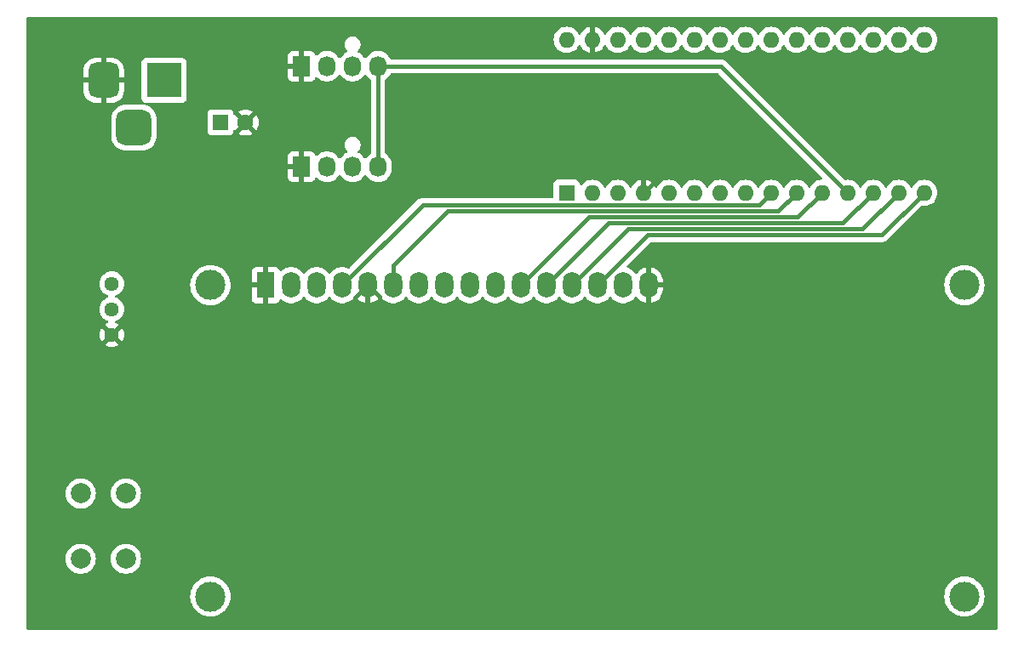
<source format=gbl>
%TF.GenerationSoftware,KiCad,Pcbnew,8.0.5*%
%TF.CreationDate,2024-10-30T03:14:09+09:00*%
%TF.ProjectId,FAN_controler_arduino_nano_2,46414e5f-636f-46e7-9472-6f6c65725f61,2.0*%
%TF.SameCoordinates,Original*%
%TF.FileFunction,Copper,L2,Bot*%
%TF.FilePolarity,Positive*%
%FSLAX46Y46*%
G04 Gerber Fmt 4.6, Leading zero omitted, Abs format (unit mm)*
G04 Created by KiCad (PCBNEW 8.0.5) date 2024-10-30 03:14:09*
%MOMM*%
%LPD*%
G01*
G04 APERTURE LIST*
G04 Aperture macros list*
%AMRoundRect*
0 Rectangle with rounded corners*
0 $1 Rounding radius*
0 $2 $3 $4 $5 $6 $7 $8 $9 X,Y pos of 4 corners*
0 Add a 4 corners polygon primitive as box body*
4,1,4,$2,$3,$4,$5,$6,$7,$8,$9,$2,$3,0*
0 Add four circle primitives for the rounded corners*
1,1,$1+$1,$2,$3*
1,1,$1+$1,$4,$5*
1,1,$1+$1,$6,$7*
1,1,$1+$1,$8,$9*
0 Add four rect primitives between the rounded corners*
20,1,$1+$1,$2,$3,$4,$5,0*
20,1,$1+$1,$4,$5,$6,$7,0*
20,1,$1+$1,$6,$7,$8,$9,0*
20,1,$1+$1,$8,$9,$2,$3,0*%
G04 Aperture macros list end*
%TA.AperFunction,ComponentPad*%
%ADD10O,1.800000X2.600000*%
%TD*%
%TA.AperFunction,ComponentPad*%
%ADD11R,1.800000X2.600000*%
%TD*%
%TA.AperFunction,ComponentPad*%
%ADD12C,3.000000*%
%TD*%
%TA.AperFunction,ComponentPad*%
%ADD13R,1.600000X1.600000*%
%TD*%
%TA.AperFunction,ComponentPad*%
%ADD14O,1.600000X1.600000*%
%TD*%
%TA.AperFunction,ComponentPad*%
%ADD15C,2.000000*%
%TD*%
%TA.AperFunction,ComponentPad*%
%ADD16C,1.600000*%
%TD*%
%TA.AperFunction,ComponentPad*%
%ADD17R,1.730000X2.030000*%
%TD*%
%TA.AperFunction,ComponentPad*%
%ADD18O,1.730000X2.030000*%
%TD*%
%TA.AperFunction,ComponentPad*%
%ADD19C,1.440000*%
%TD*%
%TA.AperFunction,ComponentPad*%
%ADD20R,3.500000X3.500000*%
%TD*%
%TA.AperFunction,ComponentPad*%
%ADD21RoundRect,0.750000X-0.750000X-1.000000X0.750000X-1.000000X0.750000X1.000000X-0.750000X1.000000X0*%
%TD*%
%TA.AperFunction,ComponentPad*%
%ADD22RoundRect,0.875000X-0.875000X-0.875000X0.875000X-0.875000X0.875000X0.875000X-0.875000X0.875000X0*%
%TD*%
%TA.AperFunction,ViaPad*%
%ADD23C,0.600000*%
%TD*%
%TA.AperFunction,Conductor*%
%ADD24C,0.400000*%
%TD*%
G04 APERTURE END LIST*
D10*
%TO.P,LCD1,16,LED(-)*%
%TO.N,GND*%
X164600520Y-107199300D03*
%TO.P,LCD1,15,LED(+)*%
%TO.N,Net-(A1-+5V)*%
X162060520Y-107199300D03*
%TO.P,LCD1,14,D7*%
%TO.N,Net-(A1-D12)*%
X159520520Y-107199300D03*
%TO.P,LCD1,13,D6*%
%TO.N,Net-(A1-D11)*%
X156980520Y-107199300D03*
%TO.P,LCD1,12,D5*%
%TO.N,Net-(A1-D10)*%
X154440520Y-107199300D03*
%TO.P,LCD1,11,D4*%
%TO.N,Net-(A1-D8)*%
X151900520Y-107199300D03*
%TO.P,LCD1,10,D3*%
%TO.N,unconnected-(LCD1-D3-Pad10)*%
X149360520Y-107199300D03*
%TO.P,LCD1,9,D2*%
%TO.N,unconnected-(LCD1-D2-Pad9)*%
X146820520Y-107199300D03*
%TO.P,LCD1,8,D1*%
%TO.N,unconnected-(LCD1-D1-Pad8)*%
X144280520Y-107199300D03*
%TO.P,LCD1,7,D0*%
%TO.N,unconnected-(LCD1-D0-Pad7)*%
X141740520Y-107199300D03*
%TO.P,LCD1,6,E*%
%TO.N,Net-(A1-D7)*%
X139200520Y-107199300D03*
%TO.P,LCD1,5,R/W*%
%TO.N,GND*%
X136660520Y-107199300D03*
%TO.P,LCD1,4,RS*%
%TO.N,Net-(A1-D6)*%
X134120520Y-107199300D03*
%TO.P,LCD1,3,VO*%
%TO.N,Net-(LCD1-VO)*%
X131580520Y-107199300D03*
%TO.P,LCD1,2,VDD*%
%TO.N,Net-(A1-+5V)*%
X129040520Y-107199300D03*
D11*
%TO.P,LCD1,1,VSS*%
%TO.N,GND*%
X126500520Y-107199300D03*
D12*
%TO.P,LCD1,*%
%TO.N,*%
X196000520Y-107199300D03*
X196000000Y-138200000D03*
X121001420Y-138200000D03*
X121001420Y-107199300D03*
%TD*%
D13*
%TO.P,A1,1,D1/TX*%
%TO.N,unconnected-(A1-D1{slash}TX-Pad1)*%
X156440000Y-98000000D03*
D14*
%TO.P,A1,2,D0/RX*%
%TO.N,unconnected-(A1-D0{slash}RX-Pad2)*%
X158980000Y-98000000D03*
%TO.P,A1,3,~{RESET}*%
%TO.N,unconnected-(A1-~{RESET}-Pad3)*%
X161520000Y-98000000D03*
%TO.P,A1,4,GND*%
%TO.N,GND*%
X164060000Y-98000000D03*
%TO.P,A1,5,D2*%
%TO.N,RPM*%
X166600000Y-98000000D03*
%TO.P,A1,6,D3*%
%TO.N,unconnected-(A1-D3-Pad6)*%
X169140000Y-98000000D03*
%TO.P,A1,7,D4*%
%TO.N,SW*%
X171680000Y-98000000D03*
%TO.P,A1,8,D5*%
%TO.N,unconnected-(A1-D5-Pad8)*%
X174220000Y-98000000D03*
%TO.P,A1,9,D6*%
%TO.N,Net-(A1-D6)*%
X176760000Y-98000000D03*
%TO.P,A1,10,D7*%
%TO.N,Net-(A1-D7)*%
X179300000Y-98000000D03*
%TO.P,A1,11,D8*%
%TO.N,Net-(A1-D8)*%
X181840000Y-98000000D03*
%TO.P,A1,12,D9*%
%TO.N,PWM*%
X184380000Y-98000000D03*
%TO.P,A1,13,D10*%
%TO.N,Net-(A1-D10)*%
X186920000Y-98000000D03*
%TO.P,A1,14,D11*%
%TO.N,Net-(A1-D11)*%
X189460000Y-98000000D03*
%TO.P,A1,15,D12*%
%TO.N,Net-(A1-D12)*%
X192000000Y-98000000D03*
%TO.P,A1,16,D13*%
%TO.N,unconnected-(A1-D13-Pad16)*%
X192000000Y-82760000D03*
%TO.P,A1,17,3V3*%
%TO.N,unconnected-(A1-3V3-Pad17)*%
X189460000Y-82760000D03*
%TO.P,A1,18,AREF*%
%TO.N,unconnected-(A1-AREF-Pad18)*%
X186920000Y-82760000D03*
%TO.P,A1,19,A0*%
%TO.N,unconnected-(A1-A0-Pad19)*%
X184380000Y-82760000D03*
%TO.P,A1,20,A1*%
%TO.N,unconnected-(A1-A1-Pad20)*%
X181840000Y-82760000D03*
%TO.P,A1,21,A2*%
%TO.N,unconnected-(A1-A2-Pad21)*%
X179300000Y-82760000D03*
%TO.P,A1,22,A3*%
%TO.N,unconnected-(A1-A3-Pad22)*%
X176760000Y-82760000D03*
%TO.P,A1,23,A4*%
%TO.N,unconnected-(A1-A4-Pad23)*%
X174220000Y-82760000D03*
%TO.P,A1,24,A5*%
%TO.N,unconnected-(A1-A5-Pad24)*%
X171680000Y-82760000D03*
%TO.P,A1,25,A6*%
%TO.N,unconnected-(A1-A6-Pad25)*%
X169140000Y-82760000D03*
%TO.P,A1,26,A7*%
%TO.N,unconnected-(A1-A7-Pad26)*%
X166600000Y-82760000D03*
%TO.P,A1,27,+5V*%
%TO.N,Net-(A1-+5V)*%
X164060000Y-82760000D03*
%TO.P,A1,28,~{RESET}*%
%TO.N,unconnected-(A1-~{RESET}-Pad28)*%
X161520000Y-82760000D03*
%TO.P,A1,29,GND*%
%TO.N,GND*%
X158980000Y-82760000D03*
%TO.P,A1,30,VIN*%
%TO.N,Net-(A1-VIN)*%
X156440000Y-82760000D03*
%TD*%
D15*
%TO.P,SW1,1,1*%
%TO.N,Net-(C_Debounce1-Pad1)*%
X108100000Y-134450000D03*
X108100000Y-127950000D03*
%TO.P,SW1,2,2*%
%TO.N,SW*%
X112600000Y-134450000D03*
X112600000Y-127950000D03*
%TD*%
D13*
%TO.P,C3,1*%
%TO.N,12v*%
X121994888Y-91000000D03*
D16*
%TO.P,C3,2*%
%TO.N,GND*%
X124494888Y-91000000D03*
%TD*%
D17*
%TO.P,FAN1,1,Pin_1*%
%TO.N,GND*%
X130060000Y-95400000D03*
D18*
%TO.P,FAN1,2,Pin_2*%
%TO.N,12v*%
X132600000Y-95400000D03*
%TO.P,FAN1,3,Pin_3*%
%TO.N,unconnected-(FAN1-Pin_3-Pad3)*%
X135140000Y-95400000D03*
%TO.P,FAN1,4,Pin_4*%
%TO.N,PWM*%
X137680000Y-95400000D03*
%TD*%
D17*
%TO.P,MAIN_FAN1,1,Pin_1*%
%TO.N,GND*%
X130060000Y-85400000D03*
D18*
%TO.P,MAIN_FAN1,2,Pin_2*%
%TO.N,12v*%
X132600000Y-85400000D03*
%TO.P,MAIN_FAN1,3,Pin_3*%
%TO.N,RPM*%
X135140000Y-85400000D03*
%TO.P,MAIN_FAN1,4,Pin_4*%
%TO.N,PWM*%
X137680000Y-85400000D03*
%TD*%
D19*
%TO.P,RV1,1,1*%
%TO.N,Net-(A1-+5V)*%
X111200000Y-107050000D03*
%TO.P,RV1,2,2*%
%TO.N,Net-(LCD1-VO)*%
X111200000Y-109590000D03*
%TO.P,RV1,3,3*%
%TO.N,GND*%
X111200000Y-112130000D03*
%TD*%
D20*
%TO.P,J1,1*%
%TO.N,12v*%
X116400000Y-86800000D03*
D21*
%TO.P,J1,2*%
%TO.N,GND*%
X110400000Y-86800000D03*
D22*
%TO.P,J1,3*%
%TO.N,N/C*%
X113400000Y-91500000D03*
%TD*%
D23*
%TO.N,GND*%
X119600000Y-92600000D03*
X116400000Y-124600000D03*
X150600000Y-87000000D03*
X104200000Y-129200000D03*
X197800000Y-82000000D03*
X173200000Y-103800000D03*
X197800000Y-87600000D03*
X129800000Y-112400000D03*
X166400000Y-87600000D03*
X148800000Y-98000000D03*
X136800000Y-102600000D03*
X145200000Y-140000000D03*
X172600000Y-120200000D03*
X143800000Y-98000000D03*
X110200000Y-90200000D03*
X124000000Y-107000000D03*
X119200000Y-140000000D03*
X198000000Y-140000000D03*
X185200000Y-103800000D03*
X132000000Y-81000000D03*
X152000000Y-125800000D03*
X130600000Y-91800000D03*
X157200000Y-87000000D03*
X137400000Y-116800000D03*
X174200000Y-85000000D03*
X130400000Y-105200000D03*
X166000000Y-126000000D03*
X138000000Y-98000000D03*
X127600000Y-92400000D03*
X161200000Y-92200000D03*
X144800000Y-94800000D03*
X197600000Y-97600000D03*
X169200000Y-91800000D03*
X136200000Y-88200000D03*
X126000000Y-83200000D03*
X140000000Y-87200000D03*
X169400000Y-96000000D03*
X115800000Y-134600000D03*
X109400000Y-109600000D03*
X103800000Y-86600000D03*
X118800000Y-100600000D03*
X163400000Y-105000000D03*
X157600000Y-120200000D03*
X110400000Y-127000000D03*
X113000000Y-111800000D03*
X174000000Y-140000000D03*
X103800000Y-81400000D03*
X137800000Y-109200000D03*
X175200000Y-96000000D03*
X104200000Y-117400000D03*
X153200000Y-84200000D03*
X197800000Y-132000000D03*
X121000000Y-81200000D03*
X110600000Y-115600000D03*
X134000000Y-93400000D03*
X167800000Y-84200000D03*
X139000000Y-90400000D03*
X197600000Y-110000000D03*
X114200000Y-129600000D03*
X136600000Y-83600000D03*
X139600000Y-94000000D03*
X159000000Y-84400000D03*
X142600000Y-112400000D03*
X186800000Y-90400000D03*
X143200000Y-90400000D03*
X184000000Y-95800000D03*
X138400000Y-129400000D03*
X146600000Y-90200000D03*
X153600000Y-98000000D03*
X136400000Y-93400000D03*
X116200000Y-107200000D03*
X127400000Y-98400000D03*
X165000000Y-95600000D03*
X104200000Y-106600000D03*
X185200000Y-120200000D03*
X192800000Y-126000000D03*
X190800000Y-96200000D03*
X127200000Y-103200000D03*
X125800000Y-129400000D03*
X197800000Y-119200000D03*
X158200000Y-112600000D03*
X155800000Y-95400000D03*
X148400000Y-94400000D03*
X122800000Y-116600000D03*
X169000000Y-87000000D03*
X187000000Y-140000000D03*
X113400000Y-86800000D03*
X110600000Y-100400000D03*
X153400000Y-90000000D03*
X193800000Y-100600000D03*
X129600000Y-83400000D03*
X135400000Y-109200000D03*
X120800000Y-88600000D03*
X192800000Y-112600000D03*
X197600000Y-103400000D03*
X178000000Y-89600000D03*
X186600000Y-85000000D03*
X180800000Y-126000000D03*
X159000000Y-81000000D03*
X143600000Y-84000000D03*
X104200000Y-140000000D03*
X175400000Y-91200000D03*
X108400000Y-83400000D03*
X180200000Y-112600000D03*
X134200000Y-87200000D03*
X110400000Y-131200000D03*
X132600000Y-102600000D03*
X132200000Y-140000000D03*
X111400000Y-120800000D03*
X119400000Y-105400000D03*
X124000000Y-85600000D03*
X104400000Y-93800000D03*
X167400000Y-109600000D03*
X150600000Y-120200000D03*
X171400000Y-87000000D03*
X166600000Y-105400000D03*
X161000000Y-140000000D03*
X165000000Y-103400000D03*
X148000000Y-81000000D03*
X180200000Y-96000000D03*
X134600000Y-105000000D03*
X116400000Y-83800000D03*
X111800000Y-140200000D03*
X116600000Y-90200000D03*
X124000000Y-89000000D03*
X122200000Y-112000000D03*
X131000000Y-88200000D03*
X168600000Y-103400000D03*
X160400000Y-88400000D03*
X171600000Y-81000000D03*
X184400000Y-81000000D03*
X164000000Y-84400000D03*
%TD*%
D24*
%TO.N,Net-(A1-D10)*%
X160639820Y-101000000D02*
X183920000Y-101000000D01*
X183920000Y-101000000D02*
X186920000Y-98000000D01*
X154440520Y-107199300D02*
X160639820Y-101000000D01*
%TO.N,GND*%
X137800000Y-109200000D02*
X137800000Y-108338780D01*
X165000000Y-95600000D02*
X165000000Y-97060000D01*
X135400000Y-108459820D02*
X136660520Y-107199300D01*
X137800000Y-108338780D02*
X136660520Y-107199300D01*
X135400000Y-109200000D02*
X135400000Y-108459820D01*
X165000000Y-97060000D02*
X164060000Y-98000000D01*
%TO.N,PWM*%
X171780000Y-85400000D02*
X137680000Y-85400000D01*
X184380000Y-98000000D02*
X171780000Y-85400000D01*
X137680000Y-85400000D02*
X137680000Y-95400000D01*
%TO.N,Net-(A1-D7)*%
X139200520Y-105199480D02*
X144600000Y-99800000D01*
X177500000Y-99800000D02*
X144600000Y-99800000D01*
X179300000Y-98000000D02*
X177500000Y-99800000D01*
X139200520Y-107199300D02*
X139200520Y-105199480D01*
%TO.N,Net-(A1-D6)*%
X134120520Y-107199300D02*
X142119820Y-99200000D01*
X142119820Y-99200000D02*
X175560000Y-99200000D01*
X175560000Y-99200000D02*
X176760000Y-98000000D01*
%TO.N,Net-(A1-D11)*%
X185860000Y-101600000D02*
X189460000Y-98000000D01*
X162579820Y-101600000D02*
X185860000Y-101600000D01*
X156980520Y-107199300D02*
X162579820Y-101600000D01*
%TO.N,Net-(A1-D12)*%
X164519820Y-102200000D02*
X187800000Y-102200000D01*
X187800000Y-102200000D02*
X192000000Y-98000000D01*
X159520520Y-107199300D02*
X164519820Y-102200000D01*
%TO.N,Net-(A1-D8)*%
X158699820Y-100400000D02*
X179440000Y-100400000D01*
X151900520Y-107199300D02*
X158699820Y-100400000D01*
X179440000Y-100400000D02*
X181840000Y-98000000D01*
%TD*%
%TA.AperFunction,Conductor*%
%TO.N,GND*%
G36*
X199242539Y-80520185D02*
G01*
X199288294Y-80572989D01*
X199299500Y-80624500D01*
X199299500Y-141375500D01*
X199279815Y-141442539D01*
X199227011Y-141488294D01*
X199175500Y-141499500D01*
X102824500Y-141499500D01*
X102757461Y-141479815D01*
X102711706Y-141427011D01*
X102700500Y-141375500D01*
X102700500Y-138199998D01*
X118995810Y-138199998D01*
X118995810Y-138200001D01*
X119016224Y-138485433D01*
X119077048Y-138765037D01*
X119177055Y-139033166D01*
X119314190Y-139284309D01*
X119314195Y-139284317D01*
X119485674Y-139513387D01*
X119485690Y-139513405D01*
X119688014Y-139715729D01*
X119688032Y-139715745D01*
X119917102Y-139887224D01*
X119917110Y-139887229D01*
X120168253Y-140024364D01*
X120168252Y-140024364D01*
X120168256Y-140024365D01*
X120168259Y-140024367D01*
X120436374Y-140124369D01*
X120436380Y-140124370D01*
X120436382Y-140124371D01*
X120715986Y-140185195D01*
X120715988Y-140185195D01*
X120715992Y-140185196D01*
X120969640Y-140203337D01*
X121001419Y-140205610D01*
X121001420Y-140205610D01*
X121001421Y-140205610D01*
X121030015Y-140203564D01*
X121286848Y-140185196D01*
X121566466Y-140124369D01*
X121834581Y-140024367D01*
X122085735Y-139887226D01*
X122314815Y-139715739D01*
X122517159Y-139513395D01*
X122688646Y-139284315D01*
X122825787Y-139033161D01*
X122925789Y-138765046D01*
X122986616Y-138485428D01*
X123007030Y-138200000D01*
X123007030Y-138199998D01*
X193994390Y-138199998D01*
X193994390Y-138200001D01*
X194014804Y-138485433D01*
X194075628Y-138765037D01*
X194175635Y-139033166D01*
X194312770Y-139284309D01*
X194312775Y-139284317D01*
X194484254Y-139513387D01*
X194484270Y-139513405D01*
X194686594Y-139715729D01*
X194686612Y-139715745D01*
X194915682Y-139887224D01*
X194915690Y-139887229D01*
X195166833Y-140024364D01*
X195166832Y-140024364D01*
X195166836Y-140024365D01*
X195166839Y-140024367D01*
X195434954Y-140124369D01*
X195434960Y-140124370D01*
X195434962Y-140124371D01*
X195714566Y-140185195D01*
X195714568Y-140185195D01*
X195714572Y-140185196D01*
X195968220Y-140203337D01*
X195999999Y-140205610D01*
X196000000Y-140205610D01*
X196000001Y-140205610D01*
X196028595Y-140203564D01*
X196285428Y-140185196D01*
X196565046Y-140124369D01*
X196833161Y-140024367D01*
X197084315Y-139887226D01*
X197313395Y-139715739D01*
X197515739Y-139513395D01*
X197687226Y-139284315D01*
X197824367Y-139033161D01*
X197924369Y-138765046D01*
X197985196Y-138485428D01*
X198005610Y-138200000D01*
X197985196Y-137914572D01*
X197924369Y-137634954D01*
X197824367Y-137366839D01*
X197687226Y-137115685D01*
X197687224Y-137115682D01*
X197515745Y-136886612D01*
X197515729Y-136886594D01*
X197313405Y-136684270D01*
X197313387Y-136684254D01*
X197084317Y-136512775D01*
X197084309Y-136512770D01*
X196833166Y-136375635D01*
X196833167Y-136375635D01*
X196725915Y-136335632D01*
X196565046Y-136275631D01*
X196565043Y-136275630D01*
X196565037Y-136275628D01*
X196285433Y-136214804D01*
X196000001Y-136194390D01*
X195999999Y-136194390D01*
X195714566Y-136214804D01*
X195434962Y-136275628D01*
X195166833Y-136375635D01*
X194915690Y-136512770D01*
X194915682Y-136512775D01*
X194686612Y-136684254D01*
X194686594Y-136684270D01*
X194484270Y-136886594D01*
X194484254Y-136886612D01*
X194312775Y-137115682D01*
X194312770Y-137115690D01*
X194175635Y-137366833D01*
X194075628Y-137634962D01*
X194014804Y-137914566D01*
X193994390Y-138199998D01*
X123007030Y-138199998D01*
X122986616Y-137914572D01*
X122925789Y-137634954D01*
X122825787Y-137366839D01*
X122688646Y-137115685D01*
X122688644Y-137115682D01*
X122517165Y-136886612D01*
X122517149Y-136886594D01*
X122314825Y-136684270D01*
X122314807Y-136684254D01*
X122085737Y-136512775D01*
X122085729Y-136512770D01*
X121834586Y-136375635D01*
X121834587Y-136375635D01*
X121727335Y-136335632D01*
X121566466Y-136275631D01*
X121566463Y-136275630D01*
X121566457Y-136275628D01*
X121286853Y-136214804D01*
X121001421Y-136194390D01*
X121001419Y-136194390D01*
X120715986Y-136214804D01*
X120436382Y-136275628D01*
X120168253Y-136375635D01*
X119917110Y-136512770D01*
X119917102Y-136512775D01*
X119688032Y-136684254D01*
X119688014Y-136684270D01*
X119485690Y-136886594D01*
X119485674Y-136886612D01*
X119314195Y-137115682D01*
X119314190Y-137115690D01*
X119177055Y-137366833D01*
X119077048Y-137634962D01*
X119016224Y-137914566D01*
X118995810Y-138199998D01*
X102700500Y-138199998D01*
X102700500Y-134449994D01*
X106594357Y-134449994D01*
X106594357Y-134450005D01*
X106614890Y-134697812D01*
X106614892Y-134697824D01*
X106675936Y-134938881D01*
X106775826Y-135166606D01*
X106911833Y-135374782D01*
X106911836Y-135374785D01*
X107080256Y-135557738D01*
X107276491Y-135710474D01*
X107495190Y-135828828D01*
X107730386Y-135909571D01*
X107975665Y-135950500D01*
X108224335Y-135950500D01*
X108469614Y-135909571D01*
X108704810Y-135828828D01*
X108923509Y-135710474D01*
X109119744Y-135557738D01*
X109288164Y-135374785D01*
X109424173Y-135166607D01*
X109524063Y-134938881D01*
X109585108Y-134697821D01*
X109605643Y-134450000D01*
X109605643Y-134449994D01*
X111094357Y-134449994D01*
X111094357Y-134450005D01*
X111114890Y-134697812D01*
X111114892Y-134697824D01*
X111175936Y-134938881D01*
X111275826Y-135166606D01*
X111411833Y-135374782D01*
X111411836Y-135374785D01*
X111580256Y-135557738D01*
X111776491Y-135710474D01*
X111995190Y-135828828D01*
X112230386Y-135909571D01*
X112475665Y-135950500D01*
X112724335Y-135950500D01*
X112969614Y-135909571D01*
X113204810Y-135828828D01*
X113423509Y-135710474D01*
X113619744Y-135557738D01*
X113788164Y-135374785D01*
X113924173Y-135166607D01*
X114024063Y-134938881D01*
X114085108Y-134697821D01*
X114105643Y-134450000D01*
X114085108Y-134202179D01*
X114024063Y-133961119D01*
X113924173Y-133733393D01*
X113788166Y-133525217D01*
X113766557Y-133501744D01*
X113619744Y-133342262D01*
X113423509Y-133189526D01*
X113423507Y-133189525D01*
X113423506Y-133189524D01*
X113204811Y-133071172D01*
X113204802Y-133071169D01*
X112969616Y-132990429D01*
X112724335Y-132949500D01*
X112475665Y-132949500D01*
X112230383Y-132990429D01*
X111995197Y-133071169D01*
X111995188Y-133071172D01*
X111776493Y-133189524D01*
X111580257Y-133342261D01*
X111411833Y-133525217D01*
X111275826Y-133733393D01*
X111175936Y-133961118D01*
X111114892Y-134202175D01*
X111114890Y-134202187D01*
X111094357Y-134449994D01*
X109605643Y-134449994D01*
X109585108Y-134202179D01*
X109524063Y-133961119D01*
X109424173Y-133733393D01*
X109288166Y-133525217D01*
X109266557Y-133501744D01*
X109119744Y-133342262D01*
X108923509Y-133189526D01*
X108923507Y-133189525D01*
X108923506Y-133189524D01*
X108704811Y-133071172D01*
X108704802Y-133071169D01*
X108469616Y-132990429D01*
X108224335Y-132949500D01*
X107975665Y-132949500D01*
X107730383Y-132990429D01*
X107495197Y-133071169D01*
X107495188Y-133071172D01*
X107276493Y-133189524D01*
X107080257Y-133342261D01*
X106911833Y-133525217D01*
X106775826Y-133733393D01*
X106675936Y-133961118D01*
X106614892Y-134202175D01*
X106614890Y-134202187D01*
X106594357Y-134449994D01*
X102700500Y-134449994D01*
X102700500Y-127949994D01*
X106594357Y-127949994D01*
X106594357Y-127950005D01*
X106614890Y-128197812D01*
X106614892Y-128197824D01*
X106675936Y-128438881D01*
X106775826Y-128666606D01*
X106911833Y-128874782D01*
X106911836Y-128874785D01*
X107080256Y-129057738D01*
X107276491Y-129210474D01*
X107495190Y-129328828D01*
X107730386Y-129409571D01*
X107975665Y-129450500D01*
X108224335Y-129450500D01*
X108469614Y-129409571D01*
X108704810Y-129328828D01*
X108923509Y-129210474D01*
X109119744Y-129057738D01*
X109288164Y-128874785D01*
X109424173Y-128666607D01*
X109524063Y-128438881D01*
X109585108Y-128197821D01*
X109605643Y-127950000D01*
X109605643Y-127949994D01*
X111094357Y-127949994D01*
X111094357Y-127950005D01*
X111114890Y-128197812D01*
X111114892Y-128197824D01*
X111175936Y-128438881D01*
X111275826Y-128666606D01*
X111411833Y-128874782D01*
X111411836Y-128874785D01*
X111580256Y-129057738D01*
X111776491Y-129210474D01*
X111995190Y-129328828D01*
X112230386Y-129409571D01*
X112475665Y-129450500D01*
X112724335Y-129450500D01*
X112969614Y-129409571D01*
X113204810Y-129328828D01*
X113423509Y-129210474D01*
X113619744Y-129057738D01*
X113788164Y-128874785D01*
X113924173Y-128666607D01*
X114024063Y-128438881D01*
X114085108Y-128197821D01*
X114105643Y-127950000D01*
X114085108Y-127702179D01*
X114024063Y-127461119D01*
X113924173Y-127233393D01*
X113788166Y-127025217D01*
X113766557Y-127001744D01*
X113619744Y-126842262D01*
X113423509Y-126689526D01*
X113423507Y-126689525D01*
X113423506Y-126689524D01*
X113204811Y-126571172D01*
X113204802Y-126571169D01*
X112969616Y-126490429D01*
X112724335Y-126449500D01*
X112475665Y-126449500D01*
X112230383Y-126490429D01*
X111995197Y-126571169D01*
X111995188Y-126571172D01*
X111776493Y-126689524D01*
X111580257Y-126842261D01*
X111411833Y-127025217D01*
X111275826Y-127233393D01*
X111175936Y-127461118D01*
X111114892Y-127702175D01*
X111114890Y-127702187D01*
X111094357Y-127949994D01*
X109605643Y-127949994D01*
X109585108Y-127702179D01*
X109524063Y-127461119D01*
X109424173Y-127233393D01*
X109288166Y-127025217D01*
X109266557Y-127001744D01*
X109119744Y-126842262D01*
X108923509Y-126689526D01*
X108923507Y-126689525D01*
X108923506Y-126689524D01*
X108704811Y-126571172D01*
X108704802Y-126571169D01*
X108469616Y-126490429D01*
X108224335Y-126449500D01*
X107975665Y-126449500D01*
X107730383Y-126490429D01*
X107495197Y-126571169D01*
X107495188Y-126571172D01*
X107276493Y-126689524D01*
X107080257Y-126842261D01*
X106911833Y-127025217D01*
X106775826Y-127233393D01*
X106675936Y-127461118D01*
X106614892Y-127702175D01*
X106614890Y-127702187D01*
X106594357Y-127949994D01*
X102700500Y-127949994D01*
X102700500Y-107049998D01*
X109974838Y-107049998D01*
X109974838Y-107050001D01*
X109993450Y-107262741D01*
X109993452Y-107262752D01*
X110048721Y-107469022D01*
X110048723Y-107469026D01*
X110048724Y-107469030D01*
X110091171Y-107560058D01*
X110138977Y-107662578D01*
X110261472Y-107837521D01*
X110412478Y-107988527D01*
X110412481Y-107988529D01*
X110587419Y-108111021D01*
X110587421Y-108111022D01*
X110587420Y-108111022D01*
X110642509Y-108136710D01*
X110780970Y-108201276D01*
X110780983Y-108201279D01*
X110786064Y-108203130D01*
X110785292Y-108205250D01*
X110836710Y-108236594D01*
X110867237Y-108299442D01*
X110858939Y-108368817D01*
X110814452Y-108422693D01*
X110785685Y-108435830D01*
X110786064Y-108436870D01*
X110780972Y-108438723D01*
X110780970Y-108438724D01*
X110780968Y-108438725D01*
X110587421Y-108528977D01*
X110412478Y-108651472D01*
X110261472Y-108802478D01*
X110138977Y-108977421D01*
X110048725Y-109170968D01*
X110048721Y-109170977D01*
X109993452Y-109377247D01*
X109993450Y-109377258D01*
X109974838Y-109589998D01*
X109974838Y-109590001D01*
X109993450Y-109802741D01*
X109993452Y-109802752D01*
X110048721Y-110009022D01*
X110048723Y-110009026D01*
X110048724Y-110009030D01*
X110091171Y-110100058D01*
X110138977Y-110202578D01*
X110261472Y-110377521D01*
X110412478Y-110528527D01*
X110412481Y-110528529D01*
X110587419Y-110651021D01*
X110587421Y-110651022D01*
X110587420Y-110651022D01*
X110651936Y-110681106D01*
X110780970Y-110741276D01*
X110780983Y-110741279D01*
X110786064Y-110743130D01*
X110785390Y-110744978D01*
X110837680Y-110776857D01*
X110868204Y-110839707D01*
X110859903Y-110909082D01*
X110815413Y-110962956D01*
X110785904Y-110976432D01*
X110786236Y-110977342D01*
X110781140Y-110979197D01*
X110587671Y-111069412D01*
X110587669Y-111069413D01*
X110531969Y-111108415D01*
X110531968Y-111108415D01*
X111153554Y-111730000D01*
X111147339Y-111730000D01*
X111045606Y-111757259D01*
X110954394Y-111809920D01*
X110879920Y-111884394D01*
X110827259Y-111975606D01*
X110800000Y-112077339D01*
X110800000Y-112083553D01*
X110178415Y-111461968D01*
X110178415Y-111461969D01*
X110139413Y-111517669D01*
X110139412Y-111517671D01*
X110049197Y-111711140D01*
X110049194Y-111711146D01*
X109993945Y-111917337D01*
X109993944Y-111917345D01*
X109975340Y-112129997D01*
X109975340Y-112130002D01*
X109993944Y-112342654D01*
X109993945Y-112342662D01*
X110049194Y-112548853D01*
X110049197Y-112548859D01*
X110139413Y-112742329D01*
X110178415Y-112798030D01*
X110800000Y-112176445D01*
X110800000Y-112182661D01*
X110827259Y-112284394D01*
X110879920Y-112375606D01*
X110954394Y-112450080D01*
X111045606Y-112502741D01*
X111147339Y-112530000D01*
X111153553Y-112530000D01*
X110531968Y-113151584D01*
X110587663Y-113190582D01*
X110587669Y-113190586D01*
X110781140Y-113280802D01*
X110781146Y-113280805D01*
X110987337Y-113336054D01*
X110987345Y-113336055D01*
X111199998Y-113354660D01*
X111200002Y-113354660D01*
X111412654Y-113336055D01*
X111412662Y-113336054D01*
X111618853Y-113280805D01*
X111618864Y-113280801D01*
X111812325Y-113190589D01*
X111868030Y-113151583D01*
X111246448Y-112530000D01*
X111252661Y-112530000D01*
X111354394Y-112502741D01*
X111445606Y-112450080D01*
X111520080Y-112375606D01*
X111572741Y-112284394D01*
X111600000Y-112182661D01*
X111600000Y-112176446D01*
X112221583Y-112798029D01*
X112260589Y-112742325D01*
X112350801Y-112548864D01*
X112350805Y-112548853D01*
X112406054Y-112342662D01*
X112406055Y-112342654D01*
X112424660Y-112130002D01*
X112424660Y-112129997D01*
X112406055Y-111917345D01*
X112406054Y-111917337D01*
X112350805Y-111711146D01*
X112350802Y-111711140D01*
X112260586Y-111517669D01*
X112260582Y-111517663D01*
X112221584Y-111461968D01*
X111600000Y-112083552D01*
X111600000Y-112077339D01*
X111572741Y-111975606D01*
X111520080Y-111884394D01*
X111445606Y-111809920D01*
X111354394Y-111757259D01*
X111252661Y-111730000D01*
X111246447Y-111730000D01*
X111868030Y-111108415D01*
X111812329Y-111069413D01*
X111618859Y-110979197D01*
X111613764Y-110977342D01*
X111614455Y-110975443D01*
X111562325Y-110943667D01*
X111531797Y-110880820D01*
X111540093Y-110811444D01*
X111584579Y-110757567D01*
X111614257Y-110744014D01*
X111613936Y-110743130D01*
X111619013Y-110741280D01*
X111619030Y-110741276D01*
X111812581Y-110651021D01*
X111987519Y-110528529D01*
X112138529Y-110377519D01*
X112261021Y-110202581D01*
X112351276Y-110009030D01*
X112406549Y-109802747D01*
X112425162Y-109590000D01*
X112406549Y-109377253D01*
X112351276Y-109170970D01*
X112261021Y-108977419D01*
X112138529Y-108802481D01*
X112138527Y-108802478D01*
X111987521Y-108651472D01*
X111847707Y-108553574D01*
X111812581Y-108528979D01*
X111812580Y-108528978D01*
X111812578Y-108528977D01*
X111812579Y-108528977D01*
X111683547Y-108468809D01*
X111619030Y-108438724D01*
X111619023Y-108438722D01*
X111613936Y-108436870D01*
X111614709Y-108434746D01*
X111563305Y-108403424D01*
X111532766Y-108340581D01*
X111541050Y-108271204D01*
X111585528Y-108217320D01*
X111614315Y-108204172D01*
X111613936Y-108203130D01*
X111619013Y-108201280D01*
X111619030Y-108201276D01*
X111812581Y-108111021D01*
X111987519Y-107988529D01*
X112138529Y-107837519D01*
X112261021Y-107662581D01*
X112351276Y-107469030D01*
X112406549Y-107262747D01*
X112412100Y-107199298D01*
X118995810Y-107199298D01*
X118995810Y-107199301D01*
X119016224Y-107484733D01*
X119077048Y-107764337D01*
X119077050Y-107764343D01*
X119077051Y-107764346D01*
X119160667Y-107988529D01*
X119177055Y-108032466D01*
X119314190Y-108283609D01*
X119314195Y-108283617D01*
X119485674Y-108512687D01*
X119485690Y-108512705D01*
X119688014Y-108715029D01*
X119688032Y-108715045D01*
X119917102Y-108886524D01*
X119917110Y-108886529D01*
X120168253Y-109023664D01*
X120168252Y-109023664D01*
X120168256Y-109023665D01*
X120168259Y-109023667D01*
X120436374Y-109123669D01*
X120436380Y-109123670D01*
X120436382Y-109123671D01*
X120715986Y-109184495D01*
X120715988Y-109184495D01*
X120715992Y-109184496D01*
X120969640Y-109202637D01*
X121001419Y-109204910D01*
X121001420Y-109204910D01*
X121001421Y-109204910D01*
X121030015Y-109202864D01*
X121286848Y-109184496D01*
X121349027Y-109170970D01*
X121566457Y-109123671D01*
X121566457Y-109123670D01*
X121566466Y-109123669D01*
X121834581Y-109023667D01*
X122085735Y-108886526D01*
X122314815Y-108715039D01*
X122517159Y-108512695D01*
X122688646Y-108283615D01*
X122825787Y-108032461D01*
X122925789Y-107764346D01*
X122986616Y-107484728D01*
X123007030Y-107199300D01*
X122986616Y-106913872D01*
X122969947Y-106837247D01*
X122925791Y-106634262D01*
X122925790Y-106634260D01*
X122925789Y-106634254D01*
X122825787Y-106366139D01*
X122769185Y-106262481D01*
X122688649Y-106114990D01*
X122688644Y-106114982D01*
X122517165Y-105885912D01*
X122517149Y-105885894D01*
X122482710Y-105851455D01*
X125100520Y-105851455D01*
X125100520Y-106949300D01*
X125952038Y-106949300D01*
X125941409Y-106967709D01*
X125900520Y-107120309D01*
X125900520Y-107278291D01*
X125941409Y-107430891D01*
X125952038Y-107449300D01*
X125100520Y-107449300D01*
X125100520Y-108547144D01*
X125106921Y-108606672D01*
X125106923Y-108606679D01*
X125157165Y-108741386D01*
X125157169Y-108741393D01*
X125243329Y-108856487D01*
X125243332Y-108856490D01*
X125358426Y-108942650D01*
X125358433Y-108942654D01*
X125493140Y-108992896D01*
X125493147Y-108992898D01*
X125552675Y-108999299D01*
X125552692Y-108999300D01*
X126250520Y-108999300D01*
X126250520Y-107747782D01*
X126268929Y-107758411D01*
X126421529Y-107799300D01*
X126579511Y-107799300D01*
X126732111Y-107758411D01*
X126750520Y-107747782D01*
X126750520Y-108999300D01*
X127448348Y-108999300D01*
X127448364Y-108999299D01*
X127507892Y-108992898D01*
X127507899Y-108992896D01*
X127642606Y-108942654D01*
X127642613Y-108942650D01*
X127757707Y-108856490D01*
X127757710Y-108856487D01*
X127843870Y-108741393D01*
X127843874Y-108741386D01*
X127873733Y-108661331D01*
X127915604Y-108605397D01*
X127981068Y-108580980D01*
X128049341Y-108595831D01*
X128077596Y-108616983D01*
X128128156Y-108667543D01*
X128128161Y-108667547D01*
X128283712Y-108780560D01*
X128306498Y-108797115D01*
X128423021Y-108856487D01*
X128502913Y-108897195D01*
X128502916Y-108897196D01*
X128607741Y-108931255D01*
X128712569Y-108965315D01*
X128930298Y-108999800D01*
X128930299Y-108999800D01*
X129150741Y-108999800D01*
X129150742Y-108999800D01*
X129368471Y-108965315D01*
X129578126Y-108897195D01*
X129774542Y-108797115D01*
X129952885Y-108667542D01*
X130108762Y-108511665D01*
X130161756Y-108438725D01*
X130210202Y-108372045D01*
X130265531Y-108329379D01*
X130335145Y-108323400D01*
X130396940Y-108356005D01*
X130410838Y-108372045D01*
X130512272Y-108511658D01*
X130512276Y-108511663D01*
X130668156Y-108667543D01*
X130668161Y-108667547D01*
X130823712Y-108780560D01*
X130846498Y-108797115D01*
X130963021Y-108856487D01*
X131042913Y-108897195D01*
X131042916Y-108897196D01*
X131147741Y-108931255D01*
X131252569Y-108965315D01*
X131470298Y-108999800D01*
X131470299Y-108999800D01*
X131690741Y-108999800D01*
X131690742Y-108999800D01*
X131908471Y-108965315D01*
X132118126Y-108897195D01*
X132314542Y-108797115D01*
X132492885Y-108667542D01*
X132648762Y-108511665D01*
X132701756Y-108438725D01*
X132750202Y-108372045D01*
X132805531Y-108329379D01*
X132875145Y-108323400D01*
X132936940Y-108356005D01*
X132950838Y-108372045D01*
X133052272Y-108511658D01*
X133052276Y-108511663D01*
X133208156Y-108667543D01*
X133208161Y-108667547D01*
X133363712Y-108780560D01*
X133386498Y-108797115D01*
X133503021Y-108856487D01*
X133582913Y-108897195D01*
X133582916Y-108897196D01*
X133687741Y-108931255D01*
X133792569Y-108965315D01*
X134010298Y-108999800D01*
X134010299Y-108999800D01*
X134230741Y-108999800D01*
X134230742Y-108999800D01*
X134448471Y-108965315D01*
X134658126Y-108897195D01*
X134854542Y-108797115D01*
X135032885Y-108667542D01*
X135188762Y-108511665D01*
X135290511Y-108371617D01*
X135345840Y-108328953D01*
X135415453Y-108322974D01*
X135477249Y-108355579D01*
X135491147Y-108371618D01*
X135592662Y-108511341D01*
X135748478Y-108667157D01*
X135926759Y-108796686D01*
X136123109Y-108896732D01*
X136332683Y-108964826D01*
X136410519Y-108977154D01*
X136410520Y-108977154D01*
X136410520Y-107747782D01*
X136428929Y-107758411D01*
X136581529Y-107799300D01*
X136739511Y-107799300D01*
X136892111Y-107758411D01*
X136910520Y-107747782D01*
X136910520Y-108977154D01*
X136988354Y-108964826D01*
X136988357Y-108964826D01*
X137197930Y-108896732D01*
X137394280Y-108796686D01*
X137572561Y-108667157D01*
X137728377Y-108511341D01*
X137728382Y-108511335D01*
X137829892Y-108371619D01*
X137885222Y-108328953D01*
X137954835Y-108322974D01*
X138016630Y-108355579D01*
X138030528Y-108371619D01*
X138132272Y-108511658D01*
X138132276Y-108511663D01*
X138288156Y-108667543D01*
X138288161Y-108667547D01*
X138443712Y-108780560D01*
X138466498Y-108797115D01*
X138583021Y-108856487D01*
X138662913Y-108897195D01*
X138662916Y-108897196D01*
X138767741Y-108931255D01*
X138872569Y-108965315D01*
X139090298Y-108999800D01*
X139090299Y-108999800D01*
X139310741Y-108999800D01*
X139310742Y-108999800D01*
X139528471Y-108965315D01*
X139738126Y-108897195D01*
X139934542Y-108797115D01*
X140112885Y-108667542D01*
X140268762Y-108511665D01*
X140321756Y-108438725D01*
X140370202Y-108372045D01*
X140425531Y-108329379D01*
X140495145Y-108323400D01*
X140556940Y-108356005D01*
X140570838Y-108372045D01*
X140672272Y-108511658D01*
X140672276Y-108511663D01*
X140828156Y-108667543D01*
X140828161Y-108667547D01*
X140983712Y-108780560D01*
X141006498Y-108797115D01*
X141123021Y-108856487D01*
X141202913Y-108897195D01*
X141202916Y-108897196D01*
X141307741Y-108931255D01*
X141412569Y-108965315D01*
X141630298Y-108999800D01*
X141630299Y-108999800D01*
X141850741Y-108999800D01*
X141850742Y-108999800D01*
X142068471Y-108965315D01*
X142278126Y-108897195D01*
X142474542Y-108797115D01*
X142652885Y-108667542D01*
X142808762Y-108511665D01*
X142861756Y-108438725D01*
X142910202Y-108372045D01*
X142965531Y-108329379D01*
X143035145Y-108323400D01*
X143096940Y-108356005D01*
X143110838Y-108372045D01*
X143212272Y-108511658D01*
X143212276Y-108511663D01*
X143368156Y-108667543D01*
X143368161Y-108667547D01*
X143523712Y-108780560D01*
X143546498Y-108797115D01*
X143663021Y-108856487D01*
X143742913Y-108897195D01*
X143742916Y-108897196D01*
X143847741Y-108931255D01*
X143952569Y-108965315D01*
X144170298Y-108999800D01*
X144170299Y-108999800D01*
X144390741Y-108999800D01*
X144390742Y-108999800D01*
X144608471Y-108965315D01*
X144818126Y-108897195D01*
X145014542Y-108797115D01*
X145192885Y-108667542D01*
X145348762Y-108511665D01*
X145401756Y-108438725D01*
X145450202Y-108372045D01*
X145505531Y-108329379D01*
X145575145Y-108323400D01*
X145636940Y-108356005D01*
X145650838Y-108372045D01*
X145752272Y-108511658D01*
X145752276Y-108511663D01*
X145908156Y-108667543D01*
X145908161Y-108667547D01*
X146063712Y-108780560D01*
X146086498Y-108797115D01*
X146203021Y-108856487D01*
X146282913Y-108897195D01*
X146282916Y-108897196D01*
X146387741Y-108931255D01*
X146492569Y-108965315D01*
X146710298Y-108999800D01*
X146710299Y-108999800D01*
X146930741Y-108999800D01*
X146930742Y-108999800D01*
X147148471Y-108965315D01*
X147358126Y-108897195D01*
X147554542Y-108797115D01*
X147732885Y-108667542D01*
X147888762Y-108511665D01*
X147941756Y-108438725D01*
X147990202Y-108372045D01*
X148045531Y-108329379D01*
X148115145Y-108323400D01*
X148176940Y-108356005D01*
X148190838Y-108372045D01*
X148292272Y-108511658D01*
X148292276Y-108511663D01*
X148448156Y-108667543D01*
X148448161Y-108667547D01*
X148603712Y-108780560D01*
X148626498Y-108797115D01*
X148743021Y-108856487D01*
X148822913Y-108897195D01*
X148822916Y-108897196D01*
X148927741Y-108931255D01*
X149032569Y-108965315D01*
X149250298Y-108999800D01*
X149250299Y-108999800D01*
X149470741Y-108999800D01*
X149470742Y-108999800D01*
X149688471Y-108965315D01*
X149898126Y-108897195D01*
X150094542Y-108797115D01*
X150272885Y-108667542D01*
X150428762Y-108511665D01*
X150481756Y-108438725D01*
X150530202Y-108372045D01*
X150585531Y-108329379D01*
X150655145Y-108323400D01*
X150716940Y-108356005D01*
X150730838Y-108372045D01*
X150832272Y-108511658D01*
X150832276Y-108511663D01*
X150988156Y-108667543D01*
X150988161Y-108667547D01*
X151143712Y-108780560D01*
X151166498Y-108797115D01*
X151283021Y-108856487D01*
X151362913Y-108897195D01*
X151362916Y-108897196D01*
X151467741Y-108931255D01*
X151572569Y-108965315D01*
X151790298Y-108999800D01*
X151790299Y-108999800D01*
X152010741Y-108999800D01*
X152010742Y-108999800D01*
X152228471Y-108965315D01*
X152438126Y-108897195D01*
X152634542Y-108797115D01*
X152812885Y-108667542D01*
X152968762Y-108511665D01*
X153021756Y-108438725D01*
X153070202Y-108372045D01*
X153125531Y-108329379D01*
X153195145Y-108323400D01*
X153256940Y-108356005D01*
X153270838Y-108372045D01*
X153372272Y-108511658D01*
X153372276Y-108511663D01*
X153528156Y-108667543D01*
X153528161Y-108667547D01*
X153683712Y-108780560D01*
X153706498Y-108797115D01*
X153823021Y-108856487D01*
X153902913Y-108897195D01*
X153902916Y-108897196D01*
X154007741Y-108931255D01*
X154112569Y-108965315D01*
X154330298Y-108999800D01*
X154330299Y-108999800D01*
X154550741Y-108999800D01*
X154550742Y-108999800D01*
X154768471Y-108965315D01*
X154978126Y-108897195D01*
X155174542Y-108797115D01*
X155352885Y-108667542D01*
X155508762Y-108511665D01*
X155561756Y-108438725D01*
X155610202Y-108372045D01*
X155665531Y-108329379D01*
X155735145Y-108323400D01*
X155796940Y-108356005D01*
X155810838Y-108372045D01*
X155912272Y-108511658D01*
X155912276Y-108511663D01*
X156068156Y-108667543D01*
X156068161Y-108667547D01*
X156223712Y-108780560D01*
X156246498Y-108797115D01*
X156363021Y-108856487D01*
X156442913Y-108897195D01*
X156442916Y-108897196D01*
X156547741Y-108931255D01*
X156652569Y-108965315D01*
X156870298Y-108999800D01*
X156870299Y-108999800D01*
X157090741Y-108999800D01*
X157090742Y-108999800D01*
X157308471Y-108965315D01*
X157518126Y-108897195D01*
X157714542Y-108797115D01*
X157892885Y-108667542D01*
X158048762Y-108511665D01*
X158101756Y-108438725D01*
X158150202Y-108372045D01*
X158205531Y-108329379D01*
X158275145Y-108323400D01*
X158336940Y-108356005D01*
X158350838Y-108372045D01*
X158452272Y-108511658D01*
X158452276Y-108511663D01*
X158608156Y-108667543D01*
X158608161Y-108667547D01*
X158763712Y-108780560D01*
X158786498Y-108797115D01*
X158903021Y-108856487D01*
X158982913Y-108897195D01*
X158982916Y-108897196D01*
X159087741Y-108931255D01*
X159192569Y-108965315D01*
X159410298Y-108999800D01*
X159410299Y-108999800D01*
X159630741Y-108999800D01*
X159630742Y-108999800D01*
X159848471Y-108965315D01*
X160058126Y-108897195D01*
X160254542Y-108797115D01*
X160432885Y-108667542D01*
X160588762Y-108511665D01*
X160641756Y-108438725D01*
X160690202Y-108372045D01*
X160745531Y-108329379D01*
X160815145Y-108323400D01*
X160876940Y-108356005D01*
X160890838Y-108372045D01*
X160992272Y-108511658D01*
X160992276Y-108511663D01*
X161148156Y-108667543D01*
X161148161Y-108667547D01*
X161303712Y-108780560D01*
X161326498Y-108797115D01*
X161443021Y-108856487D01*
X161522913Y-108897195D01*
X161522916Y-108897196D01*
X161627741Y-108931255D01*
X161732569Y-108965315D01*
X161950298Y-108999800D01*
X161950299Y-108999800D01*
X162170741Y-108999800D01*
X162170742Y-108999800D01*
X162388471Y-108965315D01*
X162598126Y-108897195D01*
X162794542Y-108797115D01*
X162972885Y-108667542D01*
X163128762Y-108511665D01*
X163230511Y-108371617D01*
X163285840Y-108328953D01*
X163355453Y-108322974D01*
X163417249Y-108355579D01*
X163431147Y-108371618D01*
X163532662Y-108511341D01*
X163688478Y-108667157D01*
X163866759Y-108796686D01*
X164063109Y-108896732D01*
X164272683Y-108964826D01*
X164350519Y-108977154D01*
X164350520Y-108977154D01*
X164350520Y-107747782D01*
X164368929Y-107758411D01*
X164521529Y-107799300D01*
X164679511Y-107799300D01*
X164832111Y-107758411D01*
X164850520Y-107747782D01*
X164850520Y-108977154D01*
X164928354Y-108964826D01*
X164928357Y-108964826D01*
X165137930Y-108896732D01*
X165334280Y-108796686D01*
X165512561Y-108667157D01*
X165668377Y-108511341D01*
X165797906Y-108333060D01*
X165897952Y-108136710D01*
X165966046Y-107927135D01*
X166000520Y-107709481D01*
X166000520Y-107449300D01*
X165149002Y-107449300D01*
X165159631Y-107430891D01*
X165200520Y-107278291D01*
X165200520Y-107199298D01*
X193994910Y-107199298D01*
X193994910Y-107199301D01*
X194015324Y-107484733D01*
X194076148Y-107764337D01*
X194076150Y-107764343D01*
X194076151Y-107764346D01*
X194159767Y-107988529D01*
X194176155Y-108032466D01*
X194313290Y-108283609D01*
X194313295Y-108283617D01*
X194484774Y-108512687D01*
X194484790Y-108512705D01*
X194687114Y-108715029D01*
X194687132Y-108715045D01*
X194916202Y-108886524D01*
X194916210Y-108886529D01*
X195167353Y-109023664D01*
X195167352Y-109023664D01*
X195167356Y-109023665D01*
X195167359Y-109023667D01*
X195435474Y-109123669D01*
X195435480Y-109123670D01*
X195435482Y-109123671D01*
X195715086Y-109184495D01*
X195715088Y-109184495D01*
X195715092Y-109184496D01*
X195968740Y-109202637D01*
X196000519Y-109204910D01*
X196000520Y-109204910D01*
X196000521Y-109204910D01*
X196029115Y-109202864D01*
X196285948Y-109184496D01*
X196348127Y-109170970D01*
X196565557Y-109123671D01*
X196565557Y-109123670D01*
X196565566Y-109123669D01*
X196833681Y-109023667D01*
X197084835Y-108886526D01*
X197313915Y-108715039D01*
X197516259Y-108512695D01*
X197687746Y-108283615D01*
X197824887Y-108032461D01*
X197924889Y-107764346D01*
X197985716Y-107484728D01*
X198006130Y-107199300D01*
X197985716Y-106913872D01*
X197969047Y-106837247D01*
X197924891Y-106634262D01*
X197924890Y-106634260D01*
X197924889Y-106634254D01*
X197824887Y-106366139D01*
X197768285Y-106262481D01*
X197687749Y-106114990D01*
X197687744Y-106114982D01*
X197516265Y-105885912D01*
X197516249Y-105885894D01*
X197313925Y-105683570D01*
X197313907Y-105683554D01*
X197084837Y-105512075D01*
X197084829Y-105512070D01*
X196833686Y-105374935D01*
X196833687Y-105374935D01*
X196726435Y-105334932D01*
X196565566Y-105274931D01*
X196565563Y-105274930D01*
X196565557Y-105274928D01*
X196285953Y-105214104D01*
X196000521Y-105193690D01*
X196000519Y-105193690D01*
X195715086Y-105214104D01*
X195435482Y-105274928D01*
X195167353Y-105374935D01*
X194916210Y-105512070D01*
X194916202Y-105512075D01*
X194687132Y-105683554D01*
X194687114Y-105683570D01*
X194484790Y-105885894D01*
X194484774Y-105885912D01*
X194313295Y-106114982D01*
X194313290Y-106114990D01*
X194176155Y-106366133D01*
X194076148Y-106634262D01*
X194015324Y-106913866D01*
X193994910Y-107199298D01*
X165200520Y-107199298D01*
X165200520Y-107120309D01*
X165159631Y-106967709D01*
X165149002Y-106949300D01*
X166000520Y-106949300D01*
X166000520Y-106689118D01*
X165966046Y-106471464D01*
X165897952Y-106261889D01*
X165797906Y-106065539D01*
X165668377Y-105887258D01*
X165512561Y-105731442D01*
X165334280Y-105601913D01*
X165137930Y-105501867D01*
X164928356Y-105433773D01*
X164850520Y-105421444D01*
X164850520Y-106650817D01*
X164832111Y-106640189D01*
X164679511Y-106599300D01*
X164521529Y-106599300D01*
X164368929Y-106640189D01*
X164350520Y-106650817D01*
X164350520Y-105421444D01*
X164272684Y-105433773D01*
X164272681Y-105433773D01*
X164063109Y-105501867D01*
X163866759Y-105601913D01*
X163688478Y-105731442D01*
X163532662Y-105887258D01*
X163532662Y-105887259D01*
X163431147Y-106026981D01*
X163375817Y-106069646D01*
X163306203Y-106075625D01*
X163244408Y-106043019D01*
X163230511Y-106026980D01*
X163128767Y-105886941D01*
X163128763Y-105886936D01*
X162972883Y-105731056D01*
X162972878Y-105731052D01*
X162794545Y-105601487D01*
X162794544Y-105601486D01*
X162794542Y-105601485D01*
X162710500Y-105558663D01*
X162598126Y-105501404D01*
X162598123Y-105501403D01*
X162496927Y-105468523D01*
X162439251Y-105429085D01*
X162412053Y-105364727D01*
X162423968Y-105295880D01*
X162447561Y-105262914D01*
X164773658Y-102936819D01*
X164834981Y-102903334D01*
X164861339Y-102900500D01*
X187868996Y-102900500D01*
X187960040Y-102882389D01*
X188004328Y-102873580D01*
X188068069Y-102847177D01*
X188131807Y-102820777D01*
X188131808Y-102820776D01*
X188131811Y-102820775D01*
X188246543Y-102744114D01*
X191669630Y-99321025D01*
X191730951Y-99287542D01*
X191768117Y-99285180D01*
X191773303Y-99285633D01*
X191773308Y-99285635D01*
X191978263Y-99303566D01*
X191999999Y-99305468D01*
X192000000Y-99305468D01*
X192000002Y-99305468D01*
X192056673Y-99300509D01*
X192226692Y-99285635D01*
X192446496Y-99226739D01*
X192652734Y-99130568D01*
X192839139Y-99000047D01*
X193000047Y-98839139D01*
X193130568Y-98652734D01*
X193226739Y-98446496D01*
X193285635Y-98226692D01*
X193305468Y-98000000D01*
X193285635Y-97773308D01*
X193226739Y-97553504D01*
X193130568Y-97347266D01*
X193000047Y-97160861D01*
X193000045Y-97160858D01*
X192839141Y-96999954D01*
X192652734Y-96869432D01*
X192652732Y-96869431D01*
X192446497Y-96773261D01*
X192446488Y-96773258D01*
X192226697Y-96714366D01*
X192226693Y-96714365D01*
X192226692Y-96714365D01*
X192226691Y-96714364D01*
X192226686Y-96714364D01*
X192000002Y-96694532D01*
X191999998Y-96694532D01*
X191773313Y-96714364D01*
X191773302Y-96714366D01*
X191553511Y-96773258D01*
X191553502Y-96773261D01*
X191347267Y-96869431D01*
X191347265Y-96869432D01*
X191160858Y-96999954D01*
X190999954Y-97160858D01*
X190869432Y-97347265D01*
X190869431Y-97347267D01*
X190842382Y-97405275D01*
X190796209Y-97457714D01*
X190729016Y-97476866D01*
X190662135Y-97456650D01*
X190617618Y-97405275D01*
X190590686Y-97347520D01*
X190590568Y-97347266D01*
X190460047Y-97160861D01*
X190460045Y-97160858D01*
X190299141Y-96999954D01*
X190112734Y-96869432D01*
X190112732Y-96869431D01*
X189906497Y-96773261D01*
X189906488Y-96773258D01*
X189686697Y-96714366D01*
X189686693Y-96714365D01*
X189686692Y-96714365D01*
X189686691Y-96714364D01*
X189686686Y-96714364D01*
X189460002Y-96694532D01*
X189459998Y-96694532D01*
X189233313Y-96714364D01*
X189233302Y-96714366D01*
X189013511Y-96773258D01*
X189013502Y-96773261D01*
X188807267Y-96869431D01*
X188807265Y-96869432D01*
X188620858Y-96999954D01*
X188459954Y-97160858D01*
X188329432Y-97347265D01*
X188329431Y-97347267D01*
X188302382Y-97405275D01*
X188256209Y-97457714D01*
X188189016Y-97476866D01*
X188122135Y-97456650D01*
X188077618Y-97405275D01*
X188050686Y-97347520D01*
X188050568Y-97347266D01*
X187920047Y-97160861D01*
X187920045Y-97160858D01*
X187759141Y-96999954D01*
X187572734Y-96869432D01*
X187572732Y-96869431D01*
X187366497Y-96773261D01*
X187366488Y-96773258D01*
X187146697Y-96714366D01*
X187146693Y-96714365D01*
X187146692Y-96714365D01*
X187146691Y-96714364D01*
X187146686Y-96714364D01*
X186920002Y-96694532D01*
X186919998Y-96694532D01*
X186693313Y-96714364D01*
X186693302Y-96714366D01*
X186473511Y-96773258D01*
X186473502Y-96773261D01*
X186267267Y-96869431D01*
X186267265Y-96869432D01*
X186080858Y-96999954D01*
X185919954Y-97160858D01*
X185789432Y-97347265D01*
X185789431Y-97347267D01*
X185762382Y-97405275D01*
X185716209Y-97457714D01*
X185649016Y-97476866D01*
X185582135Y-97456650D01*
X185537618Y-97405275D01*
X185510686Y-97347520D01*
X185510568Y-97347266D01*
X185380047Y-97160861D01*
X185380045Y-97160858D01*
X185219141Y-96999954D01*
X185032734Y-96869432D01*
X185032732Y-96869431D01*
X184826497Y-96773261D01*
X184826488Y-96773258D01*
X184606697Y-96714366D01*
X184606693Y-96714365D01*
X184606692Y-96714365D01*
X184606691Y-96714364D01*
X184606686Y-96714364D01*
X184380002Y-96694532D01*
X184379998Y-96694532D01*
X184148117Y-96714819D01*
X184079617Y-96701052D01*
X184049629Y-96678972D01*
X172226546Y-84855888D01*
X172226545Y-84855887D01*
X172111807Y-84779222D01*
X171984332Y-84726421D01*
X171984322Y-84726418D01*
X171848996Y-84699500D01*
X171848994Y-84699500D01*
X171848993Y-84699500D01*
X139008030Y-84699500D01*
X138940991Y-84679815D01*
X138897545Y-84631795D01*
X138858879Y-84555909D01*
X138847880Y-84534322D01*
X138721545Y-84360437D01*
X138569563Y-84208455D01*
X138395678Y-84082120D01*
X138362997Y-84065468D01*
X138204170Y-83984541D01*
X138204167Y-83984540D01*
X137999757Y-83918124D01*
X137858229Y-83895708D01*
X137787467Y-83884500D01*
X137572533Y-83884500D01*
X137501770Y-83895708D01*
X137360243Y-83918124D01*
X137360240Y-83918124D01*
X137155832Y-83984540D01*
X137155829Y-83984541D01*
X136964321Y-84082120D01*
X136880657Y-84142906D01*
X136790437Y-84208455D01*
X136790435Y-84208457D01*
X136790434Y-84208457D01*
X136638457Y-84360434D01*
X136638457Y-84360435D01*
X136638455Y-84360437D01*
X136541023Y-84494539D01*
X136510318Y-84536802D01*
X136454988Y-84579467D01*
X136385374Y-84585446D01*
X136323579Y-84552840D01*
X136309682Y-84536802D01*
X136296836Y-84519121D01*
X136181545Y-84360437D01*
X136029563Y-84208455D01*
X135855678Y-84082120D01*
X135822997Y-84065468D01*
X135725725Y-84015905D01*
X135674929Y-83967930D01*
X135658134Y-83900109D01*
X135680672Y-83833974D01*
X135694333Y-83817744D01*
X135761789Y-83750289D01*
X135849394Y-83619179D01*
X135909737Y-83473497D01*
X135940500Y-83318842D01*
X135940500Y-83161158D01*
X135940500Y-83161155D01*
X135940499Y-83161153D01*
X135909738Y-83006510D01*
X135909737Y-83006503D01*
X135887573Y-82952993D01*
X135849397Y-82860827D01*
X135849390Y-82860814D01*
X135782026Y-82759998D01*
X155134532Y-82759998D01*
X155134532Y-82760001D01*
X155154364Y-82986686D01*
X155154366Y-82986697D01*
X155213258Y-83206488D01*
X155213261Y-83206497D01*
X155309431Y-83412732D01*
X155309432Y-83412734D01*
X155439954Y-83599141D01*
X155600858Y-83760045D01*
X155600861Y-83760047D01*
X155787266Y-83890568D01*
X155993504Y-83986739D01*
X156213308Y-84045635D01*
X156375230Y-84059801D01*
X156439998Y-84065468D01*
X156440000Y-84065468D01*
X156440002Y-84065468D01*
X156496673Y-84060509D01*
X156666692Y-84045635D01*
X156886496Y-83986739D01*
X157092734Y-83890568D01*
X157279139Y-83760047D01*
X157440047Y-83599139D01*
X157570568Y-83412734D01*
X157597895Y-83354129D01*
X157644064Y-83301695D01*
X157711257Y-83282542D01*
X157778139Y-83302757D01*
X157822657Y-83354133D01*
X157849865Y-83412482D01*
X157980342Y-83598820D01*
X158141179Y-83759657D01*
X158327517Y-83890134D01*
X158533673Y-83986265D01*
X158533682Y-83986269D01*
X158729999Y-84038872D01*
X158730000Y-84038871D01*
X158730000Y-83193012D01*
X158787007Y-83225925D01*
X158914174Y-83260000D01*
X159045826Y-83260000D01*
X159172993Y-83225925D01*
X159230000Y-83193012D01*
X159230000Y-84038872D01*
X159426317Y-83986269D01*
X159426326Y-83986265D01*
X159632482Y-83890134D01*
X159818820Y-83759657D01*
X159979657Y-83598820D01*
X160110132Y-83412484D01*
X160137341Y-83354134D01*
X160183513Y-83301695D01*
X160250707Y-83282542D01*
X160317588Y-83302757D01*
X160362106Y-83354133D01*
X160389431Y-83412732D01*
X160389432Y-83412734D01*
X160519954Y-83599141D01*
X160680858Y-83760045D01*
X160680861Y-83760047D01*
X160867266Y-83890568D01*
X161073504Y-83986739D01*
X161293308Y-84045635D01*
X161455230Y-84059801D01*
X161519998Y-84065468D01*
X161520000Y-84065468D01*
X161520002Y-84065468D01*
X161576673Y-84060509D01*
X161746692Y-84045635D01*
X161966496Y-83986739D01*
X162172734Y-83890568D01*
X162359139Y-83760047D01*
X162520047Y-83599139D01*
X162650568Y-83412734D01*
X162677618Y-83354724D01*
X162723790Y-83302285D01*
X162790983Y-83283133D01*
X162857865Y-83303348D01*
X162902382Y-83354725D01*
X162929429Y-83412728D01*
X162929432Y-83412734D01*
X163059954Y-83599141D01*
X163220858Y-83760045D01*
X163220861Y-83760047D01*
X163407266Y-83890568D01*
X163613504Y-83986739D01*
X163833308Y-84045635D01*
X163995230Y-84059801D01*
X164059998Y-84065468D01*
X164060000Y-84065468D01*
X164060002Y-84065468D01*
X164116673Y-84060509D01*
X164286692Y-84045635D01*
X164506496Y-83986739D01*
X164712734Y-83890568D01*
X164899139Y-83760047D01*
X165060047Y-83599139D01*
X165190568Y-83412734D01*
X165217618Y-83354724D01*
X165263790Y-83302285D01*
X165330983Y-83283133D01*
X165397865Y-83303348D01*
X165442382Y-83354725D01*
X165469429Y-83412728D01*
X165469432Y-83412734D01*
X165599954Y-83599141D01*
X165760858Y-83760045D01*
X165760861Y-83760047D01*
X165947266Y-83890568D01*
X166153504Y-83986739D01*
X166373308Y-84045635D01*
X166535230Y-84059801D01*
X166599998Y-84065468D01*
X166600000Y-84065468D01*
X166600002Y-84065468D01*
X166656673Y-84060509D01*
X166826692Y-84045635D01*
X167046496Y-83986739D01*
X167252734Y-83890568D01*
X167439139Y-83760047D01*
X167600047Y-83599139D01*
X167730568Y-83412734D01*
X167757618Y-83354724D01*
X167803790Y-83302285D01*
X167870983Y-83283133D01*
X167937865Y-83303348D01*
X167982382Y-83354725D01*
X168009429Y-83412728D01*
X168009432Y-83412734D01*
X168139954Y-83599141D01*
X168300858Y-83760045D01*
X168300861Y-83760047D01*
X168487266Y-83890568D01*
X168693504Y-83986739D01*
X168913308Y-84045635D01*
X169075230Y-84059801D01*
X169139998Y-84065468D01*
X169140000Y-84065468D01*
X169140002Y-84065468D01*
X169196673Y-84060509D01*
X169366692Y-84045635D01*
X169586496Y-83986739D01*
X169792734Y-83890568D01*
X169979139Y-83760047D01*
X170140047Y-83599139D01*
X170270568Y-83412734D01*
X170297618Y-83354724D01*
X170343790Y-83302285D01*
X170410983Y-83283133D01*
X170477865Y-83303348D01*
X170522382Y-83354725D01*
X170549429Y-83412728D01*
X170549432Y-83412734D01*
X170679954Y-83599141D01*
X170840858Y-83760045D01*
X170840861Y-83760047D01*
X171027266Y-83890568D01*
X171233504Y-83986739D01*
X171453308Y-84045635D01*
X171615230Y-84059801D01*
X171679998Y-84065468D01*
X171680000Y-84065468D01*
X171680002Y-84065468D01*
X171736673Y-84060509D01*
X171906692Y-84045635D01*
X172126496Y-83986739D01*
X172332734Y-83890568D01*
X172519139Y-83760047D01*
X172680047Y-83599139D01*
X172810568Y-83412734D01*
X172837618Y-83354724D01*
X172883790Y-83302285D01*
X172950983Y-83283133D01*
X173017865Y-83303348D01*
X173062382Y-83354725D01*
X173089429Y-83412728D01*
X173089432Y-83412734D01*
X173219954Y-83599141D01*
X173380858Y-83760045D01*
X173380861Y-83760047D01*
X173567266Y-83890568D01*
X173773504Y-83986739D01*
X173993308Y-84045635D01*
X174155230Y-84059801D01*
X174219998Y-84065468D01*
X174220000Y-84065468D01*
X174220002Y-84065468D01*
X174276673Y-84060509D01*
X174446692Y-84045635D01*
X174666496Y-83986739D01*
X174872734Y-83890568D01*
X175059139Y-83760047D01*
X175220047Y-83599139D01*
X175350568Y-83412734D01*
X175377618Y-83354724D01*
X175423790Y-83302285D01*
X175490983Y-83283133D01*
X175557865Y-83303348D01*
X175602382Y-83354725D01*
X175629429Y-83412728D01*
X175629432Y-83412734D01*
X175759954Y-83599141D01*
X175920858Y-83760045D01*
X175920861Y-83760047D01*
X176107266Y-83890568D01*
X176313504Y-83986739D01*
X176533308Y-84045635D01*
X176695230Y-84059801D01*
X176759998Y-84065468D01*
X176760000Y-84065468D01*
X176760002Y-84065468D01*
X176816673Y-84060509D01*
X176986692Y-84045635D01*
X177206496Y-83986739D01*
X177412734Y-83890568D01*
X177599139Y-83760047D01*
X177760047Y-83599139D01*
X177890568Y-83412734D01*
X177917618Y-83354724D01*
X177963790Y-83302285D01*
X178030983Y-83283133D01*
X178097865Y-83303348D01*
X178142382Y-83354725D01*
X178169429Y-83412728D01*
X178169432Y-83412734D01*
X178299954Y-83599141D01*
X178460858Y-83760045D01*
X178460861Y-83760047D01*
X178647266Y-83890568D01*
X178853504Y-83986739D01*
X179073308Y-84045635D01*
X179235230Y-84059801D01*
X179299998Y-84065468D01*
X179300000Y-84065468D01*
X179300002Y-84065468D01*
X179356673Y-84060509D01*
X179526692Y-84045635D01*
X179746496Y-83986739D01*
X179952734Y-83890568D01*
X180139139Y-83760047D01*
X180300047Y-83599139D01*
X180430568Y-83412734D01*
X180457618Y-83354724D01*
X180503790Y-83302285D01*
X180570983Y-83283133D01*
X180637865Y-83303348D01*
X180682382Y-83354725D01*
X180709429Y-83412728D01*
X180709432Y-83412734D01*
X180839954Y-83599141D01*
X181000858Y-83760045D01*
X181000861Y-83760047D01*
X181187266Y-83890568D01*
X181393504Y-83986739D01*
X181613308Y-84045635D01*
X181775230Y-84059801D01*
X181839998Y-84065468D01*
X181840000Y-84065468D01*
X181840002Y-84065468D01*
X181896673Y-84060509D01*
X182066692Y-84045635D01*
X182286496Y-83986739D01*
X182492734Y-83890568D01*
X182679139Y-83760047D01*
X182840047Y-83599139D01*
X182970568Y-83412734D01*
X182997618Y-83354724D01*
X183043790Y-83302285D01*
X183110983Y-83283133D01*
X183177865Y-83303348D01*
X183222382Y-83354725D01*
X183249429Y-83412728D01*
X183249432Y-83412734D01*
X183379954Y-83599141D01*
X183540858Y-83760045D01*
X183540861Y-83760047D01*
X183727266Y-83890568D01*
X183933504Y-83986739D01*
X184153308Y-84045635D01*
X184315230Y-84059801D01*
X184379998Y-84065468D01*
X184380000Y-84065468D01*
X184380002Y-84065468D01*
X184436673Y-84060509D01*
X184606692Y-84045635D01*
X184826496Y-83986739D01*
X185032734Y-83890568D01*
X185219139Y-83760047D01*
X185380047Y-83599139D01*
X185510568Y-83412734D01*
X185537618Y-83354724D01*
X185583790Y-83302285D01*
X185650983Y-83283133D01*
X185717865Y-83303348D01*
X185762382Y-83354725D01*
X185789429Y-83412728D01*
X185789432Y-83412734D01*
X185919954Y-83599141D01*
X186080858Y-83760045D01*
X186080861Y-83760047D01*
X186267266Y-83890568D01*
X186473504Y-83986739D01*
X186693308Y-84045635D01*
X186855230Y-84059801D01*
X186919998Y-84065468D01*
X186920000Y-84065468D01*
X186920002Y-84065468D01*
X186976673Y-84060509D01*
X187146692Y-84045635D01*
X187366496Y-83986739D01*
X187572734Y-83890568D01*
X187759139Y-83760047D01*
X187920047Y-83599139D01*
X188050568Y-83412734D01*
X188077618Y-83354724D01*
X188123790Y-83302285D01*
X188190983Y-83283133D01*
X188257865Y-83303348D01*
X188302382Y-83354725D01*
X188329429Y-83412728D01*
X188329432Y-83412734D01*
X188459954Y-83599141D01*
X188620858Y-83760045D01*
X188620861Y-83760047D01*
X188807266Y-83890568D01*
X189013504Y-83986739D01*
X189233308Y-84045635D01*
X189395230Y-84059801D01*
X189459998Y-84065468D01*
X189460000Y-84065468D01*
X189460002Y-84065468D01*
X189516673Y-84060509D01*
X189686692Y-84045635D01*
X189906496Y-83986739D01*
X190112734Y-83890568D01*
X190299139Y-83760047D01*
X190460047Y-83599139D01*
X190590568Y-83412734D01*
X190617618Y-83354724D01*
X190663790Y-83302285D01*
X190730983Y-83283133D01*
X190797865Y-83303348D01*
X190842382Y-83354725D01*
X190869429Y-83412728D01*
X190869432Y-83412734D01*
X190999954Y-83599141D01*
X191160858Y-83760045D01*
X191160861Y-83760047D01*
X191347266Y-83890568D01*
X191553504Y-83986739D01*
X191773308Y-84045635D01*
X191935230Y-84059801D01*
X191999998Y-84065468D01*
X192000000Y-84065468D01*
X192000002Y-84065468D01*
X192056673Y-84060509D01*
X192226692Y-84045635D01*
X192446496Y-83986739D01*
X192652734Y-83890568D01*
X192839139Y-83760047D01*
X193000047Y-83599139D01*
X193130568Y-83412734D01*
X193226739Y-83206496D01*
X193285635Y-82986692D01*
X193305468Y-82760000D01*
X193285635Y-82533308D01*
X193226739Y-82313504D01*
X193130568Y-82107266D01*
X193000047Y-81920861D01*
X193000045Y-81920858D01*
X192839141Y-81759954D01*
X192652734Y-81629432D01*
X192652732Y-81629431D01*
X192446497Y-81533261D01*
X192446488Y-81533258D01*
X192226697Y-81474366D01*
X192226693Y-81474365D01*
X192226692Y-81474365D01*
X192226691Y-81474364D01*
X192226686Y-81474364D01*
X192000002Y-81454532D01*
X191999998Y-81454532D01*
X191773313Y-81474364D01*
X191773302Y-81474366D01*
X191553511Y-81533258D01*
X191553502Y-81533261D01*
X191347267Y-81629431D01*
X191347265Y-81629432D01*
X191160858Y-81759954D01*
X190999954Y-81920858D01*
X190869432Y-82107265D01*
X190869431Y-82107267D01*
X190842382Y-82165275D01*
X190796209Y-82217714D01*
X190729016Y-82236866D01*
X190662135Y-82216650D01*
X190617618Y-82165275D01*
X190590686Y-82107520D01*
X190590568Y-82107266D01*
X190460047Y-81920861D01*
X190460045Y-81920858D01*
X190299141Y-81759954D01*
X190112734Y-81629432D01*
X190112732Y-81629431D01*
X189906497Y-81533261D01*
X189906488Y-81533258D01*
X189686697Y-81474366D01*
X189686693Y-81474365D01*
X189686692Y-81474365D01*
X189686691Y-81474364D01*
X189686686Y-81474364D01*
X189460002Y-81454532D01*
X189459998Y-81454532D01*
X189233313Y-81474364D01*
X189233302Y-81474366D01*
X189013511Y-81533258D01*
X189013502Y-81533261D01*
X188807267Y-81629431D01*
X188807265Y-81629432D01*
X188620858Y-81759954D01*
X188459954Y-81920858D01*
X188329432Y-82107265D01*
X188329431Y-82107267D01*
X188302382Y-82165275D01*
X188256209Y-82217714D01*
X188189016Y-82236866D01*
X188122135Y-82216650D01*
X188077618Y-82165275D01*
X188050686Y-82107520D01*
X188050568Y-82107266D01*
X187920047Y-81920861D01*
X187920045Y-81920858D01*
X187759141Y-81759954D01*
X187572734Y-81629432D01*
X187572732Y-81629431D01*
X187366497Y-81533261D01*
X187366488Y-81533258D01*
X187146697Y-81474366D01*
X187146693Y-81474365D01*
X187146692Y-81474365D01*
X187146691Y-81474364D01*
X187146686Y-81474364D01*
X186920002Y-81454532D01*
X186919998Y-81454532D01*
X186693313Y-81474364D01*
X186693302Y-81474366D01*
X186473511Y-81533258D01*
X186473502Y-81533261D01*
X186267267Y-81629431D01*
X186267265Y-81629432D01*
X186080858Y-81759954D01*
X185919954Y-81920858D01*
X185789432Y-82107265D01*
X185789431Y-82107267D01*
X185762382Y-82165275D01*
X185716209Y-82217714D01*
X185649016Y-82236866D01*
X185582135Y-82216650D01*
X185537618Y-82165275D01*
X185510686Y-82107520D01*
X185510568Y-82107266D01*
X185380047Y-81920861D01*
X185380045Y-81920858D01*
X185219141Y-81759954D01*
X185032734Y-81629432D01*
X185032732Y-81629431D01*
X184826497Y-81533261D01*
X184826488Y-81533258D01*
X184606697Y-81474366D01*
X184606693Y-81474365D01*
X184606692Y-81474365D01*
X184606691Y-81474364D01*
X184606686Y-81474364D01*
X184380002Y-81454532D01*
X184379998Y-81454532D01*
X184153313Y-81474364D01*
X184153302Y-81474366D01*
X183933511Y-81533258D01*
X183933502Y-81533261D01*
X183727267Y-81629431D01*
X183727265Y-81629432D01*
X183540858Y-81759954D01*
X183379954Y-81920858D01*
X183249432Y-82107265D01*
X183249431Y-82107267D01*
X183222382Y-82165275D01*
X183176209Y-82217714D01*
X183109016Y-82236866D01*
X183042135Y-82216650D01*
X182997618Y-82165275D01*
X182970686Y-82107520D01*
X182970568Y-82107266D01*
X182840047Y-81920861D01*
X182840045Y-81920858D01*
X182679141Y-81759954D01*
X182492734Y-81629432D01*
X182492732Y-81629431D01*
X182286497Y-81533261D01*
X182286488Y-81533258D01*
X182066697Y-81474366D01*
X182066693Y-81474365D01*
X182066692Y-81474365D01*
X182066691Y-81474364D01*
X182066686Y-81474364D01*
X181840002Y-81454532D01*
X181839998Y-81454532D01*
X181613313Y-81474364D01*
X181613302Y-81474366D01*
X181393511Y-81533258D01*
X181393502Y-81533261D01*
X181187267Y-81629431D01*
X181187265Y-81629432D01*
X181000858Y-81759954D01*
X180839954Y-81920858D01*
X180709432Y-82107265D01*
X180709431Y-82107267D01*
X180682382Y-82165275D01*
X180636209Y-82217714D01*
X180569016Y-82236866D01*
X180502135Y-82216650D01*
X180457618Y-82165275D01*
X180430686Y-82107520D01*
X180430568Y-82107266D01*
X180300047Y-81920861D01*
X180300045Y-81920858D01*
X180139141Y-81759954D01*
X179952734Y-81629432D01*
X179952732Y-81629431D01*
X179746497Y-81533261D01*
X179746488Y-81533258D01*
X179526697Y-81474366D01*
X179526693Y-81474365D01*
X179526692Y-81474365D01*
X179526691Y-81474364D01*
X179526686Y-81474364D01*
X179300002Y-81454532D01*
X179299998Y-81454532D01*
X179073313Y-81474364D01*
X179073302Y-81474366D01*
X178853511Y-81533258D01*
X178853502Y-81533261D01*
X178647267Y-81629431D01*
X178647265Y-81629432D01*
X178460858Y-81759954D01*
X178299954Y-81920858D01*
X178169432Y-82107265D01*
X178169431Y-82107267D01*
X178142382Y-82165275D01*
X178096209Y-82217714D01*
X178029016Y-82236866D01*
X177962135Y-82216650D01*
X177917618Y-82165275D01*
X177890686Y-82107520D01*
X177890568Y-82107266D01*
X177760047Y-81920861D01*
X177760045Y-81920858D01*
X177599141Y-81759954D01*
X177412734Y-81629432D01*
X177412732Y-81629431D01*
X177206497Y-81533261D01*
X177206488Y-81533258D01*
X176986697Y-81474366D01*
X176986693Y-81474365D01*
X176986692Y-81474365D01*
X176986691Y-81474364D01*
X176986686Y-81474364D01*
X176760002Y-81454532D01*
X176759998Y-81454532D01*
X176533313Y-81474364D01*
X176533302Y-81474366D01*
X176313511Y-81533258D01*
X176313502Y-81533261D01*
X176107267Y-81629431D01*
X176107265Y-81629432D01*
X175920858Y-81759954D01*
X175759954Y-81920858D01*
X175629432Y-82107265D01*
X175629431Y-82107267D01*
X175602382Y-82165275D01*
X175556209Y-82217714D01*
X175489016Y-82236866D01*
X175422135Y-82216650D01*
X175377618Y-82165275D01*
X175350686Y-82107520D01*
X175350568Y-82107266D01*
X175220047Y-81920861D01*
X175220045Y-81920858D01*
X175059141Y-81759954D01*
X174872734Y-81629432D01*
X174872732Y-81629431D01*
X174666497Y-81533261D01*
X174666488Y-81533258D01*
X174446697Y-81474366D01*
X174446693Y-81474365D01*
X174446692Y-81474365D01*
X174446691Y-81474364D01*
X174446686Y-81474364D01*
X174220002Y-81454532D01*
X174219998Y-81454532D01*
X173993313Y-81474364D01*
X173993302Y-81474366D01*
X173773511Y-81533258D01*
X173773502Y-81533261D01*
X173567267Y-81629431D01*
X173567265Y-81629432D01*
X173380858Y-81759954D01*
X173219954Y-81920858D01*
X173089432Y-82107265D01*
X173089431Y-82107267D01*
X173062382Y-82165275D01*
X173016209Y-82217714D01*
X172949016Y-82236866D01*
X172882135Y-82216650D01*
X172837618Y-82165275D01*
X172810686Y-82107520D01*
X172810568Y-82107266D01*
X172680047Y-81920861D01*
X172680045Y-81920858D01*
X172519141Y-81759954D01*
X172332734Y-81629432D01*
X172332732Y-81629431D01*
X172126497Y-81533261D01*
X172126488Y-81533258D01*
X171906697Y-81474366D01*
X171906693Y-81474365D01*
X171906692Y-81474365D01*
X171906691Y-81474364D01*
X171906686Y-81474364D01*
X171680002Y-81454532D01*
X171679998Y-81454532D01*
X171453313Y-81474364D01*
X171453302Y-81474366D01*
X171233511Y-81533258D01*
X171233502Y-81533261D01*
X171027267Y-81629431D01*
X171027265Y-81629432D01*
X170840858Y-81759954D01*
X170679954Y-81920858D01*
X170549432Y-82107265D01*
X170549431Y-82107267D01*
X170522382Y-82165275D01*
X170476209Y-82217714D01*
X170409016Y-82236866D01*
X170342135Y-82216650D01*
X170297618Y-82165275D01*
X170270686Y-82107520D01*
X170270568Y-82107266D01*
X170140047Y-81920861D01*
X170140045Y-81920858D01*
X169979141Y-81759954D01*
X169792734Y-81629432D01*
X169792732Y-81629431D01*
X169586497Y-81533261D01*
X169586488Y-81533258D01*
X169366697Y-81474366D01*
X169366693Y-81474365D01*
X169366692Y-81474365D01*
X169366691Y-81474364D01*
X169366686Y-81474364D01*
X169140002Y-81454532D01*
X169139998Y-81454532D01*
X168913313Y-81474364D01*
X168913302Y-81474366D01*
X168693511Y-81533258D01*
X168693502Y-81533261D01*
X168487267Y-81629431D01*
X168487265Y-81629432D01*
X168300858Y-81759954D01*
X168139954Y-81920858D01*
X168009432Y-82107265D01*
X168009431Y-82107267D01*
X167982382Y-82165275D01*
X167936209Y-82217714D01*
X167869016Y-82236866D01*
X167802135Y-82216650D01*
X167757618Y-82165275D01*
X167730686Y-82107520D01*
X167730568Y-82107266D01*
X167600047Y-81920861D01*
X167600045Y-81920858D01*
X167439141Y-81759954D01*
X167252734Y-81629432D01*
X167252732Y-81629431D01*
X167046497Y-81533261D01*
X167046488Y-81533258D01*
X166826697Y-81474366D01*
X166826693Y-81474365D01*
X166826692Y-81474365D01*
X166826691Y-81474364D01*
X166826686Y-81474364D01*
X166600002Y-81454532D01*
X166599998Y-81454532D01*
X166373313Y-81474364D01*
X166373302Y-81474366D01*
X166153511Y-81533258D01*
X166153502Y-81533261D01*
X165947267Y-81629431D01*
X165947265Y-81629432D01*
X165760858Y-81759954D01*
X165599954Y-81920858D01*
X165469432Y-82107265D01*
X165469431Y-82107267D01*
X165442382Y-82165275D01*
X165396209Y-82217714D01*
X165329016Y-82236866D01*
X165262135Y-82216650D01*
X165217618Y-82165275D01*
X165190686Y-82107520D01*
X165190568Y-82107266D01*
X165060047Y-81920861D01*
X165060045Y-81920858D01*
X164899141Y-81759954D01*
X164712734Y-81629432D01*
X164712732Y-81629431D01*
X164506497Y-81533261D01*
X164506488Y-81533258D01*
X164286697Y-81474366D01*
X164286693Y-81474365D01*
X164286692Y-81474365D01*
X164286691Y-81474364D01*
X164286686Y-81474364D01*
X164060002Y-81454532D01*
X164059998Y-81454532D01*
X163833313Y-81474364D01*
X163833302Y-81474366D01*
X163613511Y-81533258D01*
X163613502Y-81533261D01*
X163407267Y-81629431D01*
X163407265Y-81629432D01*
X163220858Y-81759954D01*
X163059954Y-81920858D01*
X162929432Y-82107265D01*
X162929431Y-82107267D01*
X162902382Y-82165275D01*
X162856209Y-82217714D01*
X162789016Y-82236866D01*
X162722135Y-82216650D01*
X162677618Y-82165275D01*
X162650686Y-82107520D01*
X162650568Y-82107266D01*
X162520047Y-81920861D01*
X162520045Y-81920858D01*
X162359141Y-81759954D01*
X162172734Y-81629432D01*
X162172732Y-81629431D01*
X161966497Y-81533261D01*
X161966488Y-81533258D01*
X161746697Y-81474366D01*
X161746693Y-81474365D01*
X161746692Y-81474365D01*
X161746691Y-81474364D01*
X161746686Y-81474364D01*
X161520002Y-81454532D01*
X161519998Y-81454532D01*
X161293313Y-81474364D01*
X161293302Y-81474366D01*
X161073511Y-81533258D01*
X161073502Y-81533261D01*
X160867267Y-81629431D01*
X160867265Y-81629432D01*
X160680858Y-81759954D01*
X160519954Y-81920858D01*
X160389433Y-82107264D01*
X160389432Y-82107266D01*
X160389315Y-82107518D01*
X160362106Y-82165867D01*
X160315933Y-82218306D01*
X160248739Y-82237457D01*
X160181858Y-82217241D01*
X160137342Y-82165865D01*
X160110135Y-82107520D01*
X160110134Y-82107518D01*
X159979657Y-81921179D01*
X159818820Y-81760342D01*
X159632482Y-81629865D01*
X159426328Y-81533734D01*
X159230000Y-81481127D01*
X159230000Y-82326988D01*
X159172993Y-82294075D01*
X159045826Y-82260000D01*
X158914174Y-82260000D01*
X158787007Y-82294075D01*
X158730000Y-82326988D01*
X158730000Y-81481127D01*
X158533671Y-81533734D01*
X158327517Y-81629865D01*
X158141179Y-81760342D01*
X157980342Y-81921179D01*
X157849867Y-82107515D01*
X157822657Y-82165867D01*
X157776484Y-82218306D01*
X157709290Y-82237457D01*
X157642409Y-82217241D01*
X157597893Y-82165865D01*
X157570685Y-82107518D01*
X157570568Y-82107266D01*
X157440047Y-81920861D01*
X157440045Y-81920858D01*
X157279141Y-81759954D01*
X157092734Y-81629432D01*
X157092732Y-81629431D01*
X156886497Y-81533261D01*
X156886488Y-81533258D01*
X156666697Y-81474366D01*
X156666693Y-81474365D01*
X156666692Y-81474365D01*
X156666691Y-81474364D01*
X156666686Y-81474364D01*
X156440002Y-81454532D01*
X156439998Y-81454532D01*
X156213313Y-81474364D01*
X156213302Y-81474366D01*
X155993511Y-81533258D01*
X155993502Y-81533261D01*
X155787267Y-81629431D01*
X155787265Y-81629432D01*
X155600858Y-81759954D01*
X155439954Y-81920858D01*
X155309432Y-82107265D01*
X155309431Y-82107267D01*
X155213261Y-82313502D01*
X155213258Y-82313511D01*
X155154366Y-82533302D01*
X155154364Y-82533313D01*
X155134532Y-82759998D01*
X135782026Y-82759998D01*
X135761789Y-82729711D01*
X135761786Y-82729707D01*
X135650292Y-82618213D01*
X135650288Y-82618210D01*
X135519185Y-82530609D01*
X135519172Y-82530602D01*
X135373501Y-82470264D01*
X135373489Y-82470261D01*
X135218845Y-82439500D01*
X135218842Y-82439500D01*
X135061158Y-82439500D01*
X135061155Y-82439500D01*
X134906510Y-82470261D01*
X134906498Y-82470264D01*
X134760827Y-82530602D01*
X134760814Y-82530609D01*
X134629711Y-82618210D01*
X134629707Y-82618213D01*
X134518213Y-82729707D01*
X134518210Y-82729711D01*
X134430609Y-82860814D01*
X134430602Y-82860827D01*
X134370264Y-83006498D01*
X134370261Y-83006510D01*
X134339500Y-83161153D01*
X134339500Y-83318846D01*
X134370261Y-83473489D01*
X134370264Y-83473501D01*
X134430602Y-83619172D01*
X134430609Y-83619185D01*
X134518210Y-83750288D01*
X134518213Y-83750292D01*
X134585660Y-83817739D01*
X134619145Y-83879062D01*
X134614161Y-83948754D01*
X134572289Y-84004687D01*
X134554275Y-84015904D01*
X134424323Y-84082118D01*
X134302678Y-84170499D01*
X134250437Y-84208455D01*
X134250435Y-84208457D01*
X134250434Y-84208457D01*
X134098457Y-84360434D01*
X134098457Y-84360435D01*
X134098455Y-84360437D01*
X134001023Y-84494539D01*
X133970318Y-84536802D01*
X133914988Y-84579467D01*
X133845374Y-84585446D01*
X133783579Y-84552840D01*
X133769682Y-84536802D01*
X133756836Y-84519121D01*
X133641545Y-84360437D01*
X133489563Y-84208455D01*
X133315678Y-84082120D01*
X133282997Y-84065468D01*
X133124170Y-83984541D01*
X133124167Y-83984540D01*
X132919757Y-83918124D01*
X132778229Y-83895708D01*
X132707467Y-83884500D01*
X132492533Y-83884500D01*
X132421770Y-83895708D01*
X132280243Y-83918124D01*
X132280240Y-83918124D01*
X132075832Y-83984540D01*
X132075829Y-83984541D01*
X131884321Y-84082120D01*
X131710438Y-84208454D01*
X131615522Y-84303370D01*
X131554198Y-84336854D01*
X131484507Y-84331870D01*
X131428574Y-84289998D01*
X131411659Y-84259021D01*
X131368354Y-84142913D01*
X131368350Y-84142906D01*
X131282190Y-84027812D01*
X131282187Y-84027809D01*
X131167093Y-83941649D01*
X131167086Y-83941645D01*
X131032379Y-83891403D01*
X131032372Y-83891401D01*
X130972844Y-83885000D01*
X130310000Y-83885000D01*
X130310000Y-84955439D01*
X130256853Y-84924755D01*
X130127143Y-84890000D01*
X129992857Y-84890000D01*
X129863147Y-84924755D01*
X129810000Y-84955439D01*
X129810000Y-83885000D01*
X129147155Y-83885000D01*
X129087627Y-83891401D01*
X129087620Y-83891403D01*
X128952913Y-83941645D01*
X128952906Y-83941649D01*
X128837812Y-84027809D01*
X128837809Y-84027812D01*
X128751649Y-84142906D01*
X128751645Y-84142913D01*
X128701403Y-84277620D01*
X128701401Y-84277627D01*
X128695000Y-84337155D01*
X128695000Y-85150000D01*
X129615440Y-85150000D01*
X129584755Y-85203147D01*
X129550000Y-85332857D01*
X129550000Y-85467143D01*
X129584755Y-85596853D01*
X129615440Y-85650000D01*
X128695000Y-85650000D01*
X128695000Y-86462844D01*
X128701401Y-86522372D01*
X128701403Y-86522379D01*
X128751645Y-86657086D01*
X128751649Y-86657093D01*
X128837809Y-86772187D01*
X128837812Y-86772190D01*
X128952906Y-86858350D01*
X128952913Y-86858354D01*
X129087620Y-86908596D01*
X129087627Y-86908598D01*
X129147155Y-86914999D01*
X129147172Y-86915000D01*
X129810000Y-86915000D01*
X129810000Y-85844560D01*
X129863147Y-85875245D01*
X129992857Y-85910000D01*
X130127143Y-85910000D01*
X130256853Y-85875245D01*
X130310000Y-85844560D01*
X130310000Y-86915000D01*
X130972828Y-86915000D01*
X130972844Y-86914999D01*
X131032372Y-86908598D01*
X131032379Y-86908596D01*
X131167086Y-86858354D01*
X131167093Y-86858350D01*
X131282187Y-86772190D01*
X131282190Y-86772187D01*
X131368350Y-86657093D01*
X131368355Y-86657084D01*
X131411659Y-86540979D01*
X131453529Y-86485045D01*
X131518994Y-86460627D01*
X131587267Y-86475478D01*
X131615522Y-86496630D01*
X131710437Y-86591545D01*
X131884322Y-86717880D01*
X131941670Y-86747100D01*
X132075829Y-86815458D01*
X132075832Y-86815459D01*
X132207839Y-86858350D01*
X132280245Y-86881876D01*
X132492533Y-86915500D01*
X132492534Y-86915500D01*
X132707466Y-86915500D01*
X132707467Y-86915500D01*
X132919755Y-86881876D01*
X132919758Y-86881875D01*
X132919759Y-86881875D01*
X133124167Y-86815459D01*
X133124170Y-86815458D01*
X133209088Y-86772190D01*
X133315678Y-86717880D01*
X133489563Y-86591545D01*
X133641545Y-86439563D01*
X133767880Y-86265678D01*
X133767879Y-86265678D01*
X133769682Y-86263198D01*
X133825012Y-86220532D01*
X133894625Y-86214553D01*
X133956420Y-86247159D01*
X133970318Y-86263198D01*
X133972120Y-86265678D01*
X134098455Y-86439563D01*
X134250437Y-86591545D01*
X134424322Y-86717880D01*
X134481670Y-86747100D01*
X134615829Y-86815458D01*
X134615832Y-86815459D01*
X134747839Y-86858350D01*
X134820245Y-86881876D01*
X135032533Y-86915500D01*
X135032534Y-86915500D01*
X135247466Y-86915500D01*
X135247467Y-86915500D01*
X135459755Y-86881876D01*
X135459758Y-86881875D01*
X135459759Y-86881875D01*
X135664167Y-86815459D01*
X135664170Y-86815458D01*
X135749088Y-86772190D01*
X135855678Y-86717880D01*
X136029563Y-86591545D01*
X136181545Y-86439563D01*
X136307880Y-86265678D01*
X136307879Y-86265678D01*
X136309682Y-86263198D01*
X136365012Y-86220532D01*
X136434625Y-86214553D01*
X136496420Y-86247159D01*
X136510318Y-86263198D01*
X136512120Y-86265678D01*
X136638455Y-86439563D01*
X136790437Y-86591545D01*
X136880646Y-86657086D01*
X136928385Y-86691770D01*
X136971051Y-86747100D01*
X136979500Y-86792088D01*
X136979500Y-94007912D01*
X136959815Y-94074951D01*
X136928385Y-94108230D01*
X136790440Y-94208452D01*
X136790434Y-94208457D01*
X136638457Y-94360434D01*
X136638457Y-94360435D01*
X136638455Y-94360437D01*
X136541023Y-94494539D01*
X136510318Y-94536802D01*
X136454988Y-94579467D01*
X136385374Y-94585446D01*
X136323579Y-94552840D01*
X136309682Y-94536802D01*
X136296836Y-94519121D01*
X136181545Y-94360437D01*
X136029563Y-94208455D01*
X135855678Y-94082120D01*
X135840499Y-94074386D01*
X135725725Y-94015905D01*
X135674929Y-93967930D01*
X135658134Y-93900109D01*
X135680672Y-93833974D01*
X135694333Y-93817744D01*
X135761789Y-93750289D01*
X135849394Y-93619179D01*
X135909737Y-93473497D01*
X135940500Y-93318842D01*
X135940500Y-93161158D01*
X135940500Y-93161155D01*
X135940499Y-93161153D01*
X135909738Y-93006510D01*
X135909737Y-93006503D01*
X135894696Y-92970190D01*
X135849397Y-92860827D01*
X135849390Y-92860814D01*
X135761789Y-92729711D01*
X135761786Y-92729707D01*
X135650292Y-92618213D01*
X135650288Y-92618210D01*
X135519185Y-92530609D01*
X135519172Y-92530602D01*
X135373501Y-92470264D01*
X135373489Y-92470261D01*
X135218845Y-92439500D01*
X135218842Y-92439500D01*
X135061158Y-92439500D01*
X135061155Y-92439500D01*
X134906510Y-92470261D01*
X134906498Y-92470264D01*
X134760827Y-92530602D01*
X134760814Y-92530609D01*
X134629711Y-92618210D01*
X134629707Y-92618213D01*
X134518213Y-92729707D01*
X134518210Y-92729711D01*
X134430609Y-92860814D01*
X134430602Y-92860827D01*
X134370264Y-93006498D01*
X134370261Y-93006510D01*
X134339500Y-93161153D01*
X134339500Y-93318846D01*
X134370261Y-93473489D01*
X134370264Y-93473501D01*
X134430602Y-93619172D01*
X134430609Y-93619185D01*
X134518210Y-93750288D01*
X134518213Y-93750292D01*
X134585660Y-93817739D01*
X134619145Y-93879062D01*
X134614161Y-93948754D01*
X134572289Y-94004687D01*
X134554275Y-94015904D01*
X134424323Y-94082118D01*
X134302678Y-94170499D01*
X134250437Y-94208455D01*
X134250435Y-94208457D01*
X134250434Y-94208457D01*
X134098457Y-94360434D01*
X134098457Y-94360435D01*
X134098455Y-94360437D01*
X134001023Y-94494539D01*
X133970318Y-94536802D01*
X133914988Y-94579467D01*
X133845374Y-94585446D01*
X133783579Y-94552840D01*
X133769682Y-94536802D01*
X133756836Y-94519121D01*
X133641545Y-94360437D01*
X133489563Y-94208455D01*
X133315678Y-94082120D01*
X133300499Y-94074386D01*
X133124170Y-93984541D01*
X133124167Y-93984540D01*
X132919757Y-93918124D01*
X132778229Y-93895708D01*
X132707467Y-93884500D01*
X132492533Y-93884500D01*
X132421770Y-93895708D01*
X132280243Y-93918124D01*
X132280240Y-93918124D01*
X132075832Y-93984540D01*
X132075829Y-93984541D01*
X131884321Y-94082120D01*
X131710438Y-94208454D01*
X131615522Y-94303370D01*
X131554198Y-94336854D01*
X131484507Y-94331870D01*
X131428574Y-94289998D01*
X131411659Y-94259021D01*
X131368354Y-94142913D01*
X131368350Y-94142906D01*
X131282190Y-94027812D01*
X131282187Y-94027809D01*
X131167093Y-93941649D01*
X131167086Y-93941645D01*
X131032379Y-93891403D01*
X131032372Y-93891401D01*
X130972844Y-93885000D01*
X130310000Y-93885000D01*
X130310000Y-94955439D01*
X130256853Y-94924755D01*
X130127143Y-94890000D01*
X129992857Y-94890000D01*
X129863147Y-94924755D01*
X129810000Y-94955439D01*
X129810000Y-93885000D01*
X129147155Y-93885000D01*
X129087627Y-93891401D01*
X129087620Y-93891403D01*
X128952913Y-93941645D01*
X128952906Y-93941649D01*
X128837812Y-94027809D01*
X128837809Y-94027812D01*
X128751649Y-94142906D01*
X128751645Y-94142913D01*
X128701403Y-94277620D01*
X128701401Y-94277627D01*
X128695000Y-94337155D01*
X128695000Y-95150000D01*
X129615440Y-95150000D01*
X129584755Y-95203147D01*
X129550000Y-95332857D01*
X129550000Y-95467143D01*
X129584755Y-95596853D01*
X129615440Y-95650000D01*
X128695000Y-95650000D01*
X128695000Y-96462844D01*
X128701401Y-96522372D01*
X128701403Y-96522379D01*
X128751645Y-96657086D01*
X128751649Y-96657093D01*
X128837809Y-96772187D01*
X128837812Y-96772190D01*
X128952906Y-96858350D01*
X128952913Y-96858354D01*
X129087620Y-96908596D01*
X129087627Y-96908598D01*
X129147155Y-96914999D01*
X129147172Y-96915000D01*
X129810000Y-96915000D01*
X129810000Y-95844560D01*
X129863147Y-95875245D01*
X129992857Y-95910000D01*
X130127143Y-95910000D01*
X130256853Y-95875245D01*
X130310000Y-95844560D01*
X130310000Y-96915000D01*
X130972828Y-96915000D01*
X130972844Y-96914999D01*
X131032372Y-96908598D01*
X131032379Y-96908596D01*
X131167086Y-96858354D01*
X131167093Y-96858350D01*
X131282187Y-96772190D01*
X131282190Y-96772187D01*
X131368350Y-96657093D01*
X131368355Y-96657084D01*
X131411659Y-96540979D01*
X131453529Y-96485045D01*
X131518994Y-96460627D01*
X131587267Y-96475478D01*
X131615522Y-96496630D01*
X131710437Y-96591545D01*
X131884322Y-96717880D01*
X131959537Y-96756204D01*
X132075829Y-96815458D01*
X132075832Y-96815459D01*
X132207839Y-96858350D01*
X132280245Y-96881876D01*
X132492533Y-96915500D01*
X132492534Y-96915500D01*
X132707466Y-96915500D01*
X132707467Y-96915500D01*
X132919755Y-96881876D01*
X132919758Y-96881875D01*
X132919759Y-96881875D01*
X133124167Y-96815459D01*
X133124170Y-96815458D01*
X133315678Y-96717880D01*
X133489563Y-96591545D01*
X133641545Y-96439563D01*
X133767880Y-96265678D01*
X133767879Y-96265678D01*
X133769682Y-96263198D01*
X133825012Y-96220532D01*
X133894625Y-96214553D01*
X133956420Y-96247159D01*
X133970318Y-96263198D01*
X133972120Y-96265678D01*
X134098455Y-96439563D01*
X134250437Y-96591545D01*
X134424322Y-96717880D01*
X134499537Y-96756204D01*
X134615829Y-96815458D01*
X134615832Y-96815459D01*
X134747839Y-96858350D01*
X134820245Y-96881876D01*
X135032533Y-96915500D01*
X135032534Y-96915500D01*
X135247466Y-96915500D01*
X135247467Y-96915500D01*
X135459755Y-96881876D01*
X135459758Y-96881875D01*
X135459759Y-96881875D01*
X135664167Y-96815459D01*
X135664170Y-96815458D01*
X135855678Y-96717880D01*
X136029563Y-96591545D01*
X136181545Y-96439563D01*
X136307880Y-96265678D01*
X136307879Y-96265678D01*
X136309682Y-96263198D01*
X136365012Y-96220532D01*
X136434625Y-96214553D01*
X136496420Y-96247159D01*
X136510318Y-96263198D01*
X136512120Y-96265678D01*
X136638455Y-96439563D01*
X136790437Y-96591545D01*
X136964322Y-96717880D01*
X137039537Y-96756204D01*
X137155829Y-96815458D01*
X137155832Y-96815459D01*
X137287839Y-96858350D01*
X137360245Y-96881876D01*
X137572533Y-96915500D01*
X137572534Y-96915500D01*
X137787466Y-96915500D01*
X137787467Y-96915500D01*
X137999755Y-96881876D01*
X137999758Y-96881875D01*
X137999759Y-96881875D01*
X138204167Y-96815459D01*
X138204170Y-96815458D01*
X138395678Y-96717880D01*
X138569563Y-96591545D01*
X138721545Y-96439563D01*
X138847880Y-96265678D01*
X138945458Y-96074170D01*
X139011876Y-95869755D01*
X139045500Y-95657467D01*
X139045500Y-95142533D01*
X139011876Y-94930245D01*
X139011875Y-94930241D01*
X139011875Y-94930240D01*
X138945459Y-94725832D01*
X138945458Y-94725829D01*
X138857315Y-94552840D01*
X138847880Y-94534322D01*
X138721545Y-94360437D01*
X138569563Y-94208455D01*
X138431614Y-94108229D01*
X138388949Y-94052900D01*
X138380500Y-94007912D01*
X138380500Y-86792088D01*
X138400185Y-86725049D01*
X138431615Y-86691770D01*
X138569563Y-86591545D01*
X138721545Y-86439563D01*
X138847880Y-86265678D01*
X138897545Y-86168205D01*
X138945520Y-86117409D01*
X139008030Y-86100500D01*
X171438481Y-86100500D01*
X171505520Y-86120185D01*
X171526162Y-86136819D01*
X181876222Y-96486879D01*
X181909707Y-96548202D01*
X181904723Y-96617894D01*
X181862851Y-96673827D01*
X181799349Y-96698088D01*
X181613312Y-96714364D01*
X181613302Y-96714366D01*
X181393511Y-96773258D01*
X181393502Y-96773261D01*
X181187267Y-96869431D01*
X181187265Y-96869432D01*
X181000858Y-96999954D01*
X180839954Y-97160858D01*
X180709432Y-97347265D01*
X180709431Y-97347267D01*
X180682382Y-97405275D01*
X180636209Y-97457714D01*
X180569016Y-97476866D01*
X180502135Y-97456650D01*
X180457618Y-97405275D01*
X180430686Y-97347520D01*
X180430568Y-97347266D01*
X180300047Y-97160861D01*
X180300045Y-97160858D01*
X180139141Y-96999954D01*
X179952734Y-96869432D01*
X179952732Y-96869431D01*
X179746497Y-96773261D01*
X179746488Y-96773258D01*
X179526697Y-96714366D01*
X179526693Y-96714365D01*
X179526692Y-96714365D01*
X179526691Y-96714364D01*
X179526686Y-96714364D01*
X179300002Y-96694532D01*
X179299998Y-96694532D01*
X179073313Y-96714364D01*
X179073302Y-96714366D01*
X178853511Y-96773258D01*
X178853502Y-96773261D01*
X178647267Y-96869431D01*
X178647265Y-96869432D01*
X178460858Y-96999954D01*
X178299954Y-97160858D01*
X178169432Y-97347265D01*
X178169431Y-97347267D01*
X178142382Y-97405275D01*
X178096209Y-97457714D01*
X178029016Y-97476866D01*
X177962135Y-97456650D01*
X177917618Y-97405275D01*
X177890686Y-97347520D01*
X177890568Y-97347266D01*
X177760047Y-97160861D01*
X177760045Y-97160858D01*
X177599141Y-96999954D01*
X177412734Y-96869432D01*
X177412732Y-96869431D01*
X177206497Y-96773261D01*
X177206488Y-96773258D01*
X176986697Y-96714366D01*
X176986693Y-96714365D01*
X176986692Y-96714365D01*
X176986691Y-96714364D01*
X176986686Y-96714364D01*
X176760002Y-96694532D01*
X176759998Y-96694532D01*
X176533313Y-96714364D01*
X176533302Y-96714366D01*
X176313511Y-96773258D01*
X176313502Y-96773261D01*
X176107267Y-96869431D01*
X176107265Y-96869432D01*
X175920858Y-96999954D01*
X175759954Y-97160858D01*
X175629432Y-97347265D01*
X175629431Y-97347267D01*
X175602382Y-97405275D01*
X175556209Y-97457714D01*
X175489016Y-97476866D01*
X175422135Y-97456650D01*
X175377618Y-97405275D01*
X175350686Y-97347520D01*
X175350568Y-97347266D01*
X175220047Y-97160861D01*
X175220045Y-97160858D01*
X175059141Y-96999954D01*
X174872734Y-96869432D01*
X174872732Y-96869431D01*
X174666497Y-96773261D01*
X174666488Y-96773258D01*
X174446697Y-96714366D01*
X174446693Y-96714365D01*
X174446692Y-96714365D01*
X174446691Y-96714364D01*
X174446686Y-96714364D01*
X174220002Y-96694532D01*
X174219998Y-96694532D01*
X173993313Y-96714364D01*
X173993302Y-96714366D01*
X173773511Y-96773258D01*
X173773502Y-96773261D01*
X173567267Y-96869431D01*
X173567265Y-96869432D01*
X173380858Y-96999954D01*
X173219954Y-97160858D01*
X173089432Y-97347265D01*
X173089431Y-97347267D01*
X173062382Y-97405275D01*
X173016209Y-97457714D01*
X172949016Y-97476866D01*
X172882135Y-97456650D01*
X172837618Y-97405275D01*
X172810686Y-97347520D01*
X172810568Y-97347266D01*
X172680047Y-97160861D01*
X172680045Y-97160858D01*
X172519141Y-96999954D01*
X172332734Y-96869432D01*
X172332732Y-96869431D01*
X172126497Y-96773261D01*
X172126488Y-96773258D01*
X171906697Y-96714366D01*
X171906693Y-96714365D01*
X171906692Y-96714365D01*
X171906691Y-96714364D01*
X171906686Y-96714364D01*
X171680002Y-96694532D01*
X171679998Y-96694532D01*
X171453313Y-96714364D01*
X171453302Y-96714366D01*
X171233511Y-96773258D01*
X171233502Y-96773261D01*
X171027267Y-96869431D01*
X171027265Y-96869432D01*
X170840858Y-96999954D01*
X170679954Y-97160858D01*
X170549432Y-97347265D01*
X170549431Y-97347267D01*
X170522382Y-97405275D01*
X170476209Y-97457714D01*
X170409016Y-97476866D01*
X170342135Y-97456650D01*
X170297618Y-97405275D01*
X170270686Y-97347520D01*
X170270568Y-97347266D01*
X170140047Y-97160861D01*
X170140045Y-97160858D01*
X169979141Y-96999954D01*
X169792734Y-96869432D01*
X169792732Y-96869431D01*
X169586497Y-96773261D01*
X169586488Y-96773258D01*
X169366697Y-96714366D01*
X169366693Y-96714365D01*
X169366692Y-96714365D01*
X169366691Y-96714364D01*
X169366686Y-96714364D01*
X169140002Y-96694532D01*
X169139998Y-96694532D01*
X168913313Y-96714364D01*
X168913302Y-96714366D01*
X168693511Y-96773258D01*
X168693502Y-96773261D01*
X168487267Y-96869431D01*
X168487265Y-96869432D01*
X168300858Y-96999954D01*
X168139954Y-97160858D01*
X168009432Y-97347265D01*
X168009431Y-97347267D01*
X167982382Y-97405275D01*
X167936209Y-97457714D01*
X167869016Y-97476866D01*
X167802135Y-97456650D01*
X167757618Y-97405275D01*
X167730686Y-97347520D01*
X167730568Y-97347266D01*
X167600047Y-97160861D01*
X167600045Y-97160858D01*
X167439141Y-96999954D01*
X167252734Y-96869432D01*
X167252732Y-96869431D01*
X167046497Y-96773261D01*
X167046488Y-96773258D01*
X166826697Y-96714366D01*
X166826693Y-96714365D01*
X166826692Y-96714365D01*
X166826691Y-96714364D01*
X166826686Y-96714364D01*
X166600002Y-96694532D01*
X166599998Y-96694532D01*
X166373313Y-96714364D01*
X166373302Y-96714366D01*
X166153511Y-96773258D01*
X166153502Y-96773261D01*
X165947267Y-96869431D01*
X165947265Y-96869432D01*
X165760858Y-96999954D01*
X165599954Y-97160858D01*
X165469433Y-97347264D01*
X165469432Y-97347266D01*
X165469315Y-97347518D01*
X165442106Y-97405867D01*
X165395933Y-97458306D01*
X165328739Y-97477457D01*
X165261858Y-97457241D01*
X165217342Y-97405865D01*
X165190135Y-97347520D01*
X165190134Y-97347518D01*
X165059657Y-97161179D01*
X164898820Y-97000342D01*
X164712482Y-96869865D01*
X164506328Y-96773734D01*
X164310000Y-96721127D01*
X164310000Y-97566988D01*
X164252993Y-97534075D01*
X164125826Y-97500000D01*
X163994174Y-97500000D01*
X163867007Y-97534075D01*
X163810000Y-97566988D01*
X163810000Y-96721127D01*
X163613671Y-96773734D01*
X163407517Y-96869865D01*
X163221179Y-97000342D01*
X163060342Y-97161179D01*
X162929867Y-97347515D01*
X162902657Y-97405867D01*
X162856484Y-97458306D01*
X162789290Y-97477457D01*
X162722409Y-97457241D01*
X162677893Y-97405865D01*
X162650685Y-97347518D01*
X162650568Y-97347266D01*
X162520047Y-97160861D01*
X162520045Y-97160858D01*
X162359141Y-96999954D01*
X162172734Y-96869432D01*
X162172732Y-96869431D01*
X161966497Y-96773261D01*
X161966488Y-96773258D01*
X161746697Y-96714366D01*
X161746693Y-96714365D01*
X161746692Y-96714365D01*
X161746691Y-96714364D01*
X161746686Y-96714364D01*
X161520002Y-96694532D01*
X161519998Y-96694532D01*
X161293313Y-96714364D01*
X161293302Y-96714366D01*
X161073511Y-96773258D01*
X161073502Y-96773261D01*
X160867267Y-96869431D01*
X160867265Y-96869432D01*
X160680858Y-96999954D01*
X160519954Y-97160858D01*
X160389432Y-97347265D01*
X160389431Y-97347267D01*
X160362382Y-97405275D01*
X160316209Y-97457714D01*
X160249016Y-97476866D01*
X160182135Y-97456650D01*
X160137618Y-97405275D01*
X160110686Y-97347520D01*
X160110568Y-97347266D01*
X159980047Y-97160861D01*
X159980045Y-97160858D01*
X159819141Y-96999954D01*
X159632734Y-96869432D01*
X159632732Y-96869431D01*
X159426497Y-96773261D01*
X159426488Y-96773258D01*
X159206697Y-96714366D01*
X159206693Y-96714365D01*
X159206692Y-96714365D01*
X159206691Y-96714364D01*
X159206686Y-96714364D01*
X158980002Y-96694532D01*
X158979998Y-96694532D01*
X158753313Y-96714364D01*
X158753302Y-96714366D01*
X158533511Y-96773258D01*
X158533502Y-96773261D01*
X158327267Y-96869431D01*
X158327265Y-96869432D01*
X158140858Y-96999954D01*
X157979954Y-97160858D01*
X157962725Y-97185464D01*
X157908147Y-97229088D01*
X157838648Y-97236280D01*
X157776294Y-97204757D01*
X157740882Y-97144526D01*
X157737861Y-97127591D01*
X157734091Y-97092516D01*
X157683797Y-96957671D01*
X157683793Y-96957664D01*
X157597547Y-96842455D01*
X157597544Y-96842452D01*
X157482335Y-96756206D01*
X157482328Y-96756202D01*
X157347482Y-96705908D01*
X157347483Y-96705908D01*
X157287883Y-96699501D01*
X157287881Y-96699500D01*
X157287873Y-96699500D01*
X157287864Y-96699500D01*
X155592129Y-96699500D01*
X155592123Y-96699501D01*
X155532516Y-96705908D01*
X155397671Y-96756202D01*
X155397664Y-96756206D01*
X155282455Y-96842452D01*
X155282452Y-96842455D01*
X155196206Y-96957664D01*
X155196202Y-96957671D01*
X155145908Y-97092517D01*
X155140317Y-97144526D01*
X155139500Y-97152127D01*
X155139500Y-97807007D01*
X155139501Y-98375500D01*
X155119816Y-98442539D01*
X155067013Y-98488294D01*
X155015501Y-98499500D01*
X142050824Y-98499500D01*
X141915497Y-98526418D01*
X141915487Y-98526421D01*
X141788012Y-98579222D01*
X141673274Y-98655887D01*
X134834203Y-105494958D01*
X134772880Y-105528443D01*
X134703188Y-105523459D01*
X134690232Y-105517764D01*
X134658126Y-105501405D01*
X134658122Y-105501404D01*
X134658119Y-105501402D01*
X134448472Y-105433285D01*
X134339606Y-105416042D01*
X134230742Y-105398800D01*
X134010298Y-105398800D01*
X133937721Y-105410295D01*
X133792567Y-105433285D01*
X133582916Y-105501403D01*
X133582913Y-105501404D01*
X133386494Y-105601487D01*
X133208161Y-105731052D01*
X133208156Y-105731056D01*
X133052276Y-105886936D01*
X133052272Y-105886941D01*
X132950838Y-106026554D01*
X132895508Y-106069220D01*
X132825895Y-106075199D01*
X132764100Y-106042593D01*
X132750202Y-106026554D01*
X132648767Y-105886941D01*
X132648763Y-105886936D01*
X132492883Y-105731056D01*
X132492878Y-105731052D01*
X132314545Y-105601487D01*
X132314544Y-105601486D01*
X132314542Y-105601485D01*
X132230500Y-105558663D01*
X132118126Y-105501404D01*
X132118123Y-105501403D01*
X131908472Y-105433285D01*
X131799606Y-105416042D01*
X131690742Y-105398800D01*
X131470298Y-105398800D01*
X131397721Y-105410295D01*
X131252567Y-105433285D01*
X131042916Y-105501403D01*
X131042913Y-105501404D01*
X130846494Y-105601487D01*
X130668161Y-105731052D01*
X130668156Y-105731056D01*
X130512276Y-105886936D01*
X130512272Y-105886941D01*
X130410838Y-106026554D01*
X130355508Y-106069220D01*
X130285895Y-106075199D01*
X130224100Y-106042593D01*
X130210202Y-106026554D01*
X130108767Y-105886941D01*
X130108763Y-105886936D01*
X129952883Y-105731056D01*
X129952878Y-105731052D01*
X129774545Y-105601487D01*
X129774544Y-105601486D01*
X129774542Y-105601485D01*
X129690500Y-105558663D01*
X129578126Y-105501404D01*
X129578123Y-105501403D01*
X129368472Y-105433285D01*
X129259606Y-105416042D01*
X129150742Y-105398800D01*
X128930298Y-105398800D01*
X128857721Y-105410295D01*
X128712567Y-105433285D01*
X128502916Y-105501403D01*
X128502913Y-105501404D01*
X128306494Y-105601487D01*
X128128161Y-105731052D01*
X128128156Y-105731056D01*
X128077595Y-105781617D01*
X128016272Y-105815101D01*
X127946580Y-105810116D01*
X127890647Y-105768245D01*
X127873733Y-105737268D01*
X127843874Y-105657213D01*
X127843870Y-105657206D01*
X127757710Y-105542112D01*
X127757707Y-105542109D01*
X127642613Y-105455949D01*
X127642606Y-105455945D01*
X127507899Y-105405703D01*
X127507892Y-105405701D01*
X127448364Y-105399300D01*
X126750520Y-105399300D01*
X126750520Y-106650817D01*
X126732111Y-106640189D01*
X126579511Y-106599300D01*
X126421529Y-106599300D01*
X126268929Y-106640189D01*
X126250520Y-106650817D01*
X126250520Y-105399300D01*
X125552675Y-105399300D01*
X125493147Y-105405701D01*
X125493140Y-105405703D01*
X125358433Y-105455945D01*
X125358426Y-105455949D01*
X125243332Y-105542109D01*
X125243329Y-105542112D01*
X125157169Y-105657206D01*
X125157165Y-105657213D01*
X125106923Y-105791920D01*
X125106921Y-105791927D01*
X125100520Y-105851455D01*
X122482710Y-105851455D01*
X122314825Y-105683570D01*
X122314807Y-105683554D01*
X122085737Y-105512075D01*
X122085729Y-105512070D01*
X121834586Y-105374935D01*
X121834587Y-105374935D01*
X121727335Y-105334932D01*
X121566466Y-105274931D01*
X121566463Y-105274930D01*
X121566457Y-105274928D01*
X121286853Y-105214104D01*
X121001421Y-105193690D01*
X121001419Y-105193690D01*
X120715986Y-105214104D01*
X120436382Y-105274928D01*
X120168253Y-105374935D01*
X119917110Y-105512070D01*
X119917102Y-105512075D01*
X119688032Y-105683554D01*
X119688014Y-105683570D01*
X119485690Y-105885894D01*
X119485674Y-105885912D01*
X119314195Y-106114982D01*
X119314190Y-106114990D01*
X119177055Y-106366133D01*
X119077048Y-106634262D01*
X119016224Y-106913866D01*
X118995810Y-107199298D01*
X112412100Y-107199298D01*
X112425162Y-107050000D01*
X112406549Y-106837253D01*
X112351276Y-106630970D01*
X112261021Y-106437419D01*
X112138529Y-106262481D01*
X112138527Y-106262478D01*
X111987521Y-106111472D01*
X111812578Y-105988977D01*
X111812579Y-105988977D01*
X111683547Y-105928809D01*
X111619030Y-105898724D01*
X111619026Y-105898723D01*
X111619022Y-105898721D01*
X111412752Y-105843452D01*
X111412748Y-105843451D01*
X111412747Y-105843451D01*
X111412746Y-105843450D01*
X111412741Y-105843450D01*
X111200002Y-105824838D01*
X111199998Y-105824838D01*
X110987258Y-105843450D01*
X110987247Y-105843452D01*
X110780977Y-105898721D01*
X110780968Y-105898725D01*
X110587421Y-105988977D01*
X110412478Y-106111472D01*
X110261472Y-106262478D01*
X110138977Y-106437421D01*
X110048725Y-106630968D01*
X110048721Y-106630977D01*
X109993452Y-106837247D01*
X109993450Y-106837258D01*
X109974838Y-107049998D01*
X102700500Y-107049998D01*
X102700500Y-90531386D01*
X111149500Y-90531386D01*
X111149500Y-92468613D01*
X111149501Y-92468652D01*
X111152295Y-92521243D01*
X111152295Y-92521244D01*
X111192613Y-92729711D01*
X111196755Y-92751126D01*
X111238152Y-92860821D01*
X111279425Y-92970189D01*
X111397929Y-93172131D01*
X111397934Y-93172138D01*
X111548856Y-93351141D01*
X111548858Y-93351143D01*
X111727861Y-93502065D01*
X111727868Y-93502070D01*
X111929810Y-93620574D01*
X112148874Y-93703245D01*
X112378759Y-93747705D01*
X112431378Y-93750500D01*
X112431386Y-93750500D01*
X114368614Y-93750500D01*
X114368622Y-93750500D01*
X114421241Y-93747705D01*
X114651126Y-93703245D01*
X114870190Y-93620574D01*
X115072132Y-93502070D01*
X115251142Y-93351142D01*
X115402070Y-93172132D01*
X115520574Y-92970190D01*
X115603245Y-92751126D01*
X115647705Y-92521241D01*
X115650500Y-92468622D01*
X115650500Y-90531378D01*
X115647705Y-90478759D01*
X115603245Y-90248874D01*
X115566737Y-90152135D01*
X120694388Y-90152135D01*
X120694388Y-91847870D01*
X120694389Y-91847876D01*
X120700796Y-91907483D01*
X120751090Y-92042328D01*
X120751094Y-92042335D01*
X120837340Y-92157544D01*
X120837343Y-92157547D01*
X120952552Y-92243793D01*
X120952559Y-92243797D01*
X121087405Y-92294091D01*
X121087404Y-92294091D01*
X121094332Y-92294835D01*
X121147015Y-92300500D01*
X122842760Y-92300499D01*
X122902371Y-92294091D01*
X123037219Y-92243796D01*
X123152434Y-92157546D01*
X123238684Y-92042331D01*
X123288979Y-91907483D01*
X123295388Y-91847873D01*
X123295387Y-91847845D01*
X123295566Y-91844547D01*
X123297071Y-91844627D01*
X123315000Y-91783326D01*
X123367756Y-91737514D01*
X123411353Y-91729981D01*
X124094888Y-91046446D01*
X124094888Y-91052661D01*
X124122147Y-91154394D01*
X124174808Y-91245606D01*
X124249282Y-91320080D01*
X124340494Y-91372741D01*
X124442227Y-91400000D01*
X124448441Y-91400000D01*
X123769414Y-92079025D01*
X123842401Y-92130132D01*
X123842409Y-92130136D01*
X124048556Y-92226264D01*
X124048570Y-92226269D01*
X124268277Y-92285139D01*
X124268288Y-92285141D01*
X124494886Y-92304966D01*
X124494890Y-92304966D01*
X124721487Y-92285141D01*
X124721498Y-92285139D01*
X124941205Y-92226269D01*
X124941219Y-92226264D01*
X125147366Y-92130136D01*
X125220359Y-92079024D01*
X124541335Y-91400000D01*
X124547549Y-91400000D01*
X124649282Y-91372741D01*
X124740494Y-91320080D01*
X124814968Y-91245606D01*
X124867629Y-91154394D01*
X124894888Y-91052661D01*
X124894888Y-91046447D01*
X125573912Y-91725471D01*
X125625024Y-91652478D01*
X125721152Y-91446331D01*
X125721157Y-91446317D01*
X125780027Y-91226610D01*
X125780029Y-91226599D01*
X125799854Y-91000002D01*
X125799854Y-90999997D01*
X125780029Y-90773400D01*
X125780027Y-90773389D01*
X125721157Y-90553682D01*
X125721152Y-90553668D01*
X125625024Y-90347521D01*
X125625020Y-90347513D01*
X125573913Y-90274526D01*
X124894888Y-90953551D01*
X124894888Y-90947339D01*
X124867629Y-90845606D01*
X124814968Y-90754394D01*
X124740494Y-90679920D01*
X124649282Y-90627259D01*
X124547549Y-90600000D01*
X124541336Y-90600000D01*
X125220360Y-89920974D01*
X125147366Y-89869863D01*
X124941219Y-89773735D01*
X124941205Y-89773730D01*
X124721498Y-89714860D01*
X124721487Y-89714858D01*
X124494890Y-89695034D01*
X124494886Y-89695034D01*
X124268288Y-89714858D01*
X124268277Y-89714860D01*
X124048570Y-89773730D01*
X124048561Y-89773734D01*
X123842404Y-89869866D01*
X123842400Y-89869868D01*
X123769414Y-89920973D01*
X123769414Y-89920974D01*
X124448441Y-90600000D01*
X124442227Y-90600000D01*
X124340494Y-90627259D01*
X124249282Y-90679920D01*
X124174808Y-90754394D01*
X124122147Y-90845606D01*
X124094888Y-90947339D01*
X124094888Y-90953552D01*
X123410687Y-90269351D01*
X123361693Y-90259505D01*
X123311510Y-90210889D01*
X123296869Y-90155366D01*
X123295788Y-90155423D01*
X123295742Y-90155429D01*
X123295741Y-90155426D01*
X123295564Y-90155436D01*
X123295387Y-90152135D01*
X123295387Y-90152128D01*
X123288979Y-90092517D01*
X123238684Y-89957669D01*
X123238683Y-89957668D01*
X123238681Y-89957664D01*
X123152435Y-89842455D01*
X123152432Y-89842452D01*
X123037223Y-89756206D01*
X123037216Y-89756202D01*
X122902370Y-89705908D01*
X122902371Y-89705908D01*
X122842771Y-89699501D01*
X122842769Y-89699500D01*
X122842761Y-89699500D01*
X122842752Y-89699500D01*
X121147017Y-89699500D01*
X121147011Y-89699501D01*
X121087404Y-89705908D01*
X120952559Y-89756202D01*
X120952552Y-89756206D01*
X120837343Y-89842452D01*
X120837340Y-89842455D01*
X120751094Y-89957664D01*
X120751090Y-89957671D01*
X120700796Y-90092517D01*
X120694389Y-90152116D01*
X120694389Y-90152123D01*
X120694388Y-90152135D01*
X115566737Y-90152135D01*
X115520574Y-90029810D01*
X115402070Y-89827868D01*
X115402065Y-89827861D01*
X115251143Y-89648858D01*
X115251141Y-89648856D01*
X115072138Y-89497934D01*
X115072131Y-89497929D01*
X114870189Y-89379425D01*
X114772513Y-89342564D01*
X114651126Y-89296755D01*
X114651121Y-89296754D01*
X114651116Y-89296752D01*
X114648470Y-89296240D01*
X114647451Y-89295713D01*
X114646050Y-89295317D01*
X114646130Y-89295031D01*
X114586392Y-89264177D01*
X114551503Y-89203641D01*
X114554881Y-89133853D01*
X114595452Y-89076970D01*
X114660337Y-89051052D01*
X114672009Y-89050499D01*
X118197872Y-89050499D01*
X118257483Y-89044091D01*
X118392331Y-88993796D01*
X118507546Y-88907546D01*
X118593796Y-88792331D01*
X118644091Y-88657483D01*
X118650500Y-88597873D01*
X118650499Y-85002128D01*
X118644091Y-84942517D01*
X118637466Y-84924755D01*
X118593797Y-84807671D01*
X118593793Y-84807664D01*
X118507547Y-84692455D01*
X118507544Y-84692452D01*
X118392335Y-84606206D01*
X118392328Y-84606202D01*
X118257482Y-84555908D01*
X118257483Y-84555908D01*
X118197883Y-84549501D01*
X118197881Y-84549500D01*
X118197873Y-84549500D01*
X118197864Y-84549500D01*
X114602129Y-84549500D01*
X114602123Y-84549501D01*
X114542516Y-84555908D01*
X114407671Y-84606202D01*
X114407664Y-84606206D01*
X114292455Y-84692452D01*
X114292452Y-84692455D01*
X114206206Y-84807664D01*
X114206202Y-84807671D01*
X114155908Y-84942517D01*
X114149501Y-85002116D01*
X114149501Y-85002123D01*
X114149500Y-85002135D01*
X114149500Y-88597870D01*
X114149501Y-88597876D01*
X114155908Y-88657483D01*
X114206202Y-88792328D01*
X114206206Y-88792335D01*
X114292452Y-88907544D01*
X114292455Y-88907547D01*
X114407664Y-88993793D01*
X114407673Y-88993798D01*
X114454937Y-89011426D01*
X114510871Y-89053296D01*
X114535289Y-89118760D01*
X114520438Y-89187033D01*
X114471033Y-89236439D01*
X114405028Y-89251433D01*
X114368657Y-89249501D01*
X114368628Y-89249500D01*
X114368622Y-89249500D01*
X112431378Y-89249500D01*
X112431370Y-89249500D01*
X112431347Y-89249501D01*
X112378756Y-89252295D01*
X112378755Y-89252295D01*
X112148878Y-89296754D01*
X112148876Y-89296754D01*
X112148874Y-89296755D01*
X112074933Y-89324659D01*
X111929810Y-89379425D01*
X111727868Y-89497929D01*
X111727861Y-89497934D01*
X111548858Y-89648856D01*
X111548856Y-89648858D01*
X111397934Y-89827861D01*
X111397929Y-89827868D01*
X111279425Y-90029810D01*
X111232017Y-90155436D01*
X111196755Y-90248874D01*
X111196754Y-90248876D01*
X111196754Y-90248878D01*
X111152295Y-90478755D01*
X111152295Y-90478756D01*
X111149501Y-90531347D01*
X111149500Y-90531386D01*
X102700500Y-90531386D01*
X102700500Y-85735803D01*
X108400000Y-85735803D01*
X108400000Y-86550000D01*
X109900000Y-86550000D01*
X109900000Y-87050000D01*
X108400001Y-87050000D01*
X108400001Y-87864197D01*
X108410400Y-87996332D01*
X108465377Y-88214519D01*
X108558428Y-88419374D01*
X108558431Y-88419380D01*
X108686559Y-88604323D01*
X108686569Y-88604335D01*
X108845664Y-88763430D01*
X108845676Y-88763440D01*
X109030619Y-88891568D01*
X109030625Y-88891571D01*
X109235480Y-88984622D01*
X109453667Y-89039599D01*
X109585810Y-89049999D01*
X110149999Y-89049999D01*
X110150000Y-89049998D01*
X110150000Y-88233012D01*
X110207007Y-88265925D01*
X110334174Y-88300000D01*
X110465826Y-88300000D01*
X110592993Y-88265925D01*
X110650000Y-88233012D01*
X110650000Y-89049999D01*
X111214182Y-89049999D01*
X111214197Y-89049998D01*
X111346332Y-89039599D01*
X111564519Y-88984622D01*
X111769374Y-88891571D01*
X111769380Y-88891568D01*
X111954323Y-88763440D01*
X111954335Y-88763430D01*
X112113430Y-88604335D01*
X112113440Y-88604323D01*
X112241568Y-88419380D01*
X112241571Y-88419374D01*
X112334622Y-88214519D01*
X112389599Y-87996332D01*
X112399999Y-87864196D01*
X112400000Y-87864184D01*
X112400000Y-87050000D01*
X110900000Y-87050000D01*
X110900000Y-86550000D01*
X112399999Y-86550000D01*
X112399999Y-85735817D01*
X112399998Y-85735802D01*
X112389599Y-85603667D01*
X112334622Y-85385480D01*
X112241571Y-85180625D01*
X112241568Y-85180619D01*
X112113440Y-84995676D01*
X112113430Y-84995664D01*
X111954335Y-84836569D01*
X111954323Y-84836559D01*
X111769380Y-84708431D01*
X111769374Y-84708428D01*
X111564519Y-84615377D01*
X111346332Y-84560400D01*
X111214196Y-84550000D01*
X110650000Y-84550000D01*
X110650000Y-85366988D01*
X110592993Y-85334075D01*
X110465826Y-85300000D01*
X110334174Y-85300000D01*
X110207007Y-85334075D01*
X110150000Y-85366988D01*
X110150000Y-84550000D01*
X109585817Y-84550000D01*
X109585802Y-84550001D01*
X109453667Y-84560400D01*
X109235480Y-84615377D01*
X109030625Y-84708428D01*
X109030619Y-84708431D01*
X108845676Y-84836559D01*
X108845664Y-84836569D01*
X108686569Y-84995664D01*
X108686559Y-84995676D01*
X108558431Y-85180619D01*
X108558428Y-85180625D01*
X108465377Y-85385480D01*
X108410400Y-85603667D01*
X108400000Y-85735803D01*
X102700500Y-85735803D01*
X102700500Y-80624500D01*
X102720185Y-80557461D01*
X102772989Y-80511706D01*
X102824500Y-80500500D01*
X199175500Y-80500500D01*
X199242539Y-80520185D01*
G37*
%TD.AperFunction*%
%TD*%
M02*

</source>
